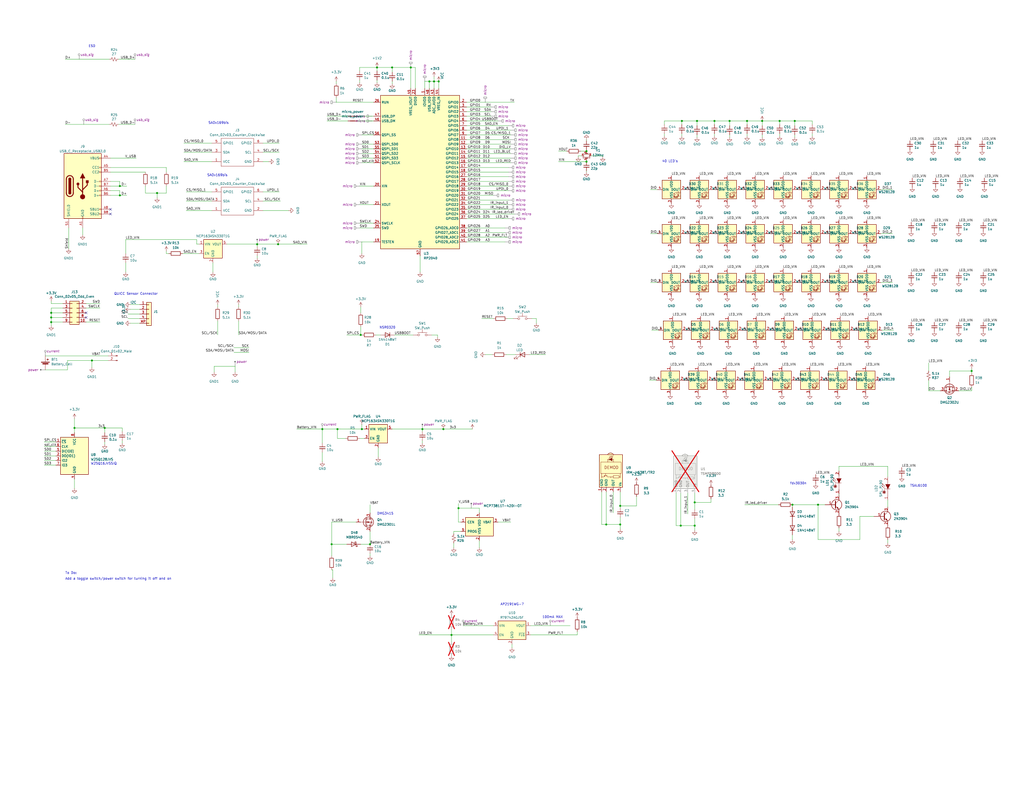
<source format=kicad_sch>
(kicad_sch (version 20230121) (generator eeschema)
  (paper "C")
  (title_block (date "2024-02-03"))
  (junction (at 236.855 44.45))
  (junction (at 379.095 274.32))
  (junction (at 320.04 82.55))
  (junction (at 151.765 133.35))
  (junction (at 530.225 202.565))
  (junction (at 425.45 66.04))
  (junction (at 27.94 175.895))
  (junction (at 389.89 66.04))
  (junction (at 415.925 66.04))
  (junction (at 246.38 346.71))
  (junction (at 65.405 101.6))
  (junction (at 175.895 234.315))
  (junction (at 239.395 44.45))
  (junction (at 380.365 66.04))
  (junction (at 65.405 106.68))
  (junction (at 224.155 36.83))
  (junction (at 320.04 88.265))
  (junction (at 213.995 36.83))
  (junction (at 230.505 234.315))
  (junction (at 180.975 297.18))
  (junction (at 27.94 173.355))
  (junction (at 40.64 233.68))
  (junction (at 446.405 275.59))
  (junction (at 407.67 66.04))
  (junction (at 433.705 66.04))
  (junction (at 196.85 182.88))
  (junction (at 241.935 234.315))
  (junction (at 398.145 66.04))
  (junction (at 372.11 66.04))
  (junction (at 379.095 287.02))
  (junction (at 330.835 286.385))
  (junction (at 338.455 276.225))
  (junction (at 184.15 234.315))
  (junction (at 197.485 234.315))
  (junction (at 50.165 196.85))
  (junction (at 371.475 287.02))
  (junction (at 250.19 277.495))
  (junction (at 205.74 36.83))
  (junction (at 432.435 275.59))
  (junction (at 140.335 133.35))
  (junction (at 27.94 170.815))
  (junction (at 57.15 233.68))
  (junction (at 85.725 105.41))
  (junction (at 201.93 297.18))
  (junction (at 338.455 286.385))
  (junction (at 234.315 44.45))
  (no_connect (at 46.99 173.355))
  (no_connect (at 60.325 114.3))
  (no_connect (at 60.325 116.84))
  (no_connect (at 480.06 207.645))
  (no_connect (at 46.99 170.815))
  (wire (pts (xy 254.635 129.54) (xy 276.86 129.54)))
  (wire (pts (xy 292.735 173.99) (xy 292.735 176.53)))
  (wire (pts (xy 116.84 200.025) (xy 128.27 200.025)))
  (wire (pts (xy 27.94 175.895) (xy 27.94 177.8)))
  (wire (pts (xy 180.975 285.115) (xy 180.975 297.18)))
  (wire (pts (xy 226.695 36.83) (xy 226.695 48.26)))
  (wire (pts (xy 71.12 176.53) (xy 76.2 176.53)))
  (wire (pts (xy 35.56 32.385) (xy 59.69 32.385)))
  (wire (pts (xy 57.15 241.3) (xy 57.15 242.57)))
  (wire (pts (xy 196.85 182.88) (xy 189.23 182.88)))
  (wire (pts (xy 254.635 58.42) (xy 267.97 58.42)))
  (wire (pts (xy 66.675 240.665) (xy 66.675 241.935)))
  (wire (pts (xy 140.335 133.35) (xy 151.765 133.35)))
  (wire (pts (xy 213.995 39.37) (xy 213.995 36.83)))
  (wire (pts (xy 197.485 73.66) (xy 203.835 73.66)))
  (wire (pts (xy 180.975 303.53) (xy 180.975 297.18)))
  (wire (pts (xy 100.33 83.185) (xy 115.57 83.185)))
  (wire (pts (xy 116.84 200.025) (xy 116.84 203.2)))
  (wire (pts (xy 304.8 82.55) (xy 309.245 82.55)))
  (wire (pts (xy 330.835 286.385) (xy 338.455 286.385)))
  (wire (pts (xy 254.635 83.82) (xy 278.765 83.82)))
  (wire (pts (xy 24.13 251.46) (xy 30.48 251.46)))
  (wire (pts (xy 37.465 135.89) (xy 37.465 124.46)))
  (wire (pts (xy 328.93 85.09) (xy 328.93 85.725)))
  (wire (pts (xy 362.585 73.025) (xy 362.585 74.295)))
  (wire (pts (xy 224.155 36.83) (xy 224.155 48.26)))
  (wire (pts (xy 130.175 175.26) (xy 130.175 182.88)))
  (wire (pts (xy 254.635 109.22) (xy 277.495 109.22)))
  (wire (pts (xy 27.94 168.275) (xy 27.94 170.815)))
  (wire (pts (xy 254.635 93.98) (xy 277.495 93.98)))
  (wire (pts (xy 375.285 269.24) (xy 375.285 280.67)))
  (wire (pts (xy 254.635 111.76) (xy 277.495 111.76)))
  (wire (pts (xy 246.38 346.71) (xy 269.24 346.71)))
  (wire (pts (xy 506.73 198.12) (xy 506.73 202.565)))
  (wire (pts (xy 73.66 67.945) (xy 64.77 67.945)))
  (wire (pts (xy 213.995 36.83) (xy 224.155 36.83)))
  (wire (pts (xy 254.635 127) (xy 275.59 127)))
  (wire (pts (xy 254.635 73.66) (xy 278.765 73.66)))
  (wire (pts (xy 196.215 36.83) (xy 205.74 36.83)))
  (wire (pts (xy 314.96 344.805) (xy 314.96 346.71)))
  (wire (pts (xy 40.64 228.6) (xy 40.64 233.68)))
  (wire (pts (xy 175.895 241.935) (xy 175.895 234.315)))
  (wire (pts (xy 338.455 282.575) (xy 338.455 286.385)))
  (wire (pts (xy 238.76 182.88) (xy 235.585 182.88)))
  (wire (pts (xy 484.505 294.64) (xy 484.505 296.545)))
  (wire (pts (xy 268.605 193.675) (xy 264.795 193.675)))
  (wire (pts (xy 188.595 239.395) (xy 184.15 239.395)))
  (wire (pts (xy 457.835 269.875) (xy 457.835 270.51)))
  (wire (pts (xy 231.775 44.45) (xy 231.775 48.26)))
  (wire (pts (xy 254.635 91.44) (xy 277.495 91.44)))
  (wire (pts (xy 50.165 200.66) (xy 50.165 196.85)))
  (wire (pts (xy 288.925 193.675) (xy 297.815 193.675)))
  (wire (pts (xy 196.215 101.6) (xy 203.835 101.6)))
  (wire (pts (xy 338.455 268.605) (xy 338.455 276.225)))
  (wire (pts (xy 27.94 175.895) (xy 34.29 175.895)))
  (wire (pts (xy 128.27 200.025) (xy 128.27 203.2)))
  (wire (pts (xy 178.435 63.5) (xy 189.865 63.5)))
  (wire (pts (xy 99.695 138.43) (xy 108.585 138.43)))
  (wire (pts (xy 197.485 83.82) (xy 203.835 83.82)))
  (wire (pts (xy 354.965 127.635) (xy 358.775 127.635)))
  (wire (pts (xy 387.985 272.415) (xy 387.985 274.32)))
  (wire (pts (xy 320.04 76.835) (xy 320.04 76.2)))
  (wire (pts (xy 27.94 168.275) (xy 34.29 168.275)))
  (wire (pts (xy 100.33 78.105) (xy 115.57 78.105)))
  (wire (pts (xy 530.225 211.455) (xy 530.225 213.36)))
  (wire (pts (xy 197.485 231.775) (xy 197.485 234.315)))
  (wire (pts (xy 320.04 81.915) (xy 320.04 82.55)))
  (wire (pts (xy 446.405 275.59) (xy 446.405 294.64)))
  (wire (pts (xy 65.405 101.6) (xy 69.215 101.6)))
  (wire (pts (xy 184.15 234.315) (xy 197.485 234.315)))
  (wire (pts (xy 194.31 285.115) (xy 180.975 285.115)))
  (wire (pts (xy 250.19 285.115) (xy 251.46 285.115)))
  (wire (pts (xy 254.635 71.12) (xy 278.765 71.12)))
  (wire (pts (xy 254.635 96.52) (xy 277.495 96.52)))
  (wire (pts (xy 197.485 86.36) (xy 203.835 86.36)))
  (wire (pts (xy 50.165 196.85) (xy 59.055 196.85)))
  (wire (pts (xy 432.435 275.59) (xy 432.435 276.86)))
  (wire (pts (xy 239.395 48.26) (xy 239.395 44.45)))
  (wire (pts (xy 161.925 234.315) (xy 175.895 234.315)))
  (wire (pts (xy 24.13 246.38) (xy 30.48 246.38)))
  (wire (pts (xy 107.315 130.81) (xy 107.315 133.35)))
  (wire (pts (xy 24.13 248.92) (xy 30.48 248.92)))
  (wire (pts (xy 101.6 109.855) (xy 115.57 109.855)))
  (wire (pts (xy 79.375 105.41) (xy 85.725 105.41)))
  (wire (pts (xy 196.215 111.76) (xy 203.835 111.76)))
  (wire (pts (xy 140.335 139.7) (xy 140.335 140.97)))
  (wire (pts (xy 196.85 178.435) (xy 196.85 182.88)))
  (wire (pts (xy 66.675 235.585) (xy 66.675 233.68)))
  (wire (pts (xy 27.94 165.735) (xy 34.29 165.735)))
  (wire (pts (xy 92.075 138.43) (xy 90.805 138.43)))
  (wire (pts (xy 194.945 63.5) (xy 203.835 63.5)))
  (wire (pts (xy 175.895 234.315) (xy 184.15 234.315)))
  (wire (pts (xy 407.67 66.04) (xy 415.925 66.04)))
  (wire (pts (xy 24.13 254) (xy 30.48 254)))
  (wire (pts (xy 487.045 154.305) (xy 480.695 154.305)))
  (wire (pts (xy 60.325 104.14) (xy 65.405 104.14)))
  (wire (pts (xy 433.705 68.58) (xy 433.705 66.04)))
  (wire (pts (xy 407.67 67.945) (xy 407.67 66.04)))
  (wire (pts (xy 196.215 239.395) (xy 198.755 239.395)))
  (wire (pts (xy 197.485 88.9) (xy 203.835 88.9)))
  (wire (pts (xy 379.095 269.24) (xy 379.095 274.32)))
  (wire (pts (xy 241.935 234.315) (xy 257.81 234.315)))
  (wire (pts (xy 201.93 275.59) (xy 201.93 280.035)))
  (wire (pts (xy 116.205 148.59) (xy 116.205 143.51)))
  (wire (pts (xy 101.6 114.935) (xy 115.57 114.935)))
  (wire (pts (xy 371.475 269.24) (xy 371.475 287.02)))
  (wire (pts (xy 518.16 202.565) (xy 530.225 202.565)))
  (wire (pts (xy 27.94 173.355) (xy 34.29 173.355)))
  (wire (pts (xy 40.64 233.68) (xy 57.15 233.68)))
  (wire (pts (xy 261.62 277.495) (xy 250.19 277.495)))
  (wire (pts (xy 230.505 240.665) (xy 230.505 241.935)))
  (wire (pts (xy 65.405 101.6) (xy 60.325 101.6)))
  (wire (pts (xy 60.325 93.98) (xy 79.375 93.98)))
  (wire (pts (xy 180.975 297.18) (xy 189.23 297.18)))
  (wire (pts (xy 254.635 119.38) (xy 277.495 119.38)))
  (wire (pts (xy 372.11 73.025) (xy 372.11 74.295)))
  (wire (pts (xy 315.595 85.09) (xy 315.595 85.725)))
  (wire (pts (xy 261.62 299.085) (xy 261.62 295.275)))
  (wire (pts (xy 368.935 269.24) (xy 368.935 287.02)))
  (wire (pts (xy 506.73 213.36) (xy 513.08 213.36)))
  (wire (pts (xy 254.635 88.9) (xy 278.765 88.9)))
  (wire (pts (xy 24.13 241.3) (xy 30.48 241.3)))
  (wire (pts (xy 271.78 285.115) (xy 278.765 285.115)))
  (wire (pts (xy 90.805 105.41) (xy 90.805 101.6)))
  (wire (pts (xy 355.6 180.34) (xy 359.41 180.34)))
  (wire (pts (xy 254.635 116.84) (xy 280.67 116.84)))
  (wire (pts (xy 469.265 281.94) (xy 476.885 281.94)))
  (wire (pts (xy 484.505 254.635) (xy 484.505 260.35)))
  (wire (pts (xy 425.45 67.945) (xy 425.45 66.04)))
  (wire (pts (xy 506.73 207.645) (xy 506.73 213.36)))
  (wire (pts (xy 236.855 41.91) (xy 236.855 44.45)))
  (wire (pts (xy 140.335 133.35) (xy 140.335 134.62)))
  (wire (pts (xy 398.145 66.04) (xy 407.67 66.04)))
  (wire (pts (xy 530.225 202.565) (xy 530.225 201.295)))
  (wire (pts (xy 276.225 193.675) (xy 281.305 193.675)))
  (wire (pts (xy 415.925 68.58) (xy 415.925 66.04)))
  (wire (pts (xy 215.265 182.88) (xy 225.425 182.88)))
  (wire (pts (xy 27.94 173.355) (xy 27.94 175.895)))
  (wire (pts (xy 380.365 73.66) (xy 380.365 74.93)))
  (wire (pts (xy 71.12 168.91) (xy 76.2 168.91)))
  (wire (pts (xy 234.315 44.45) (xy 234.315 48.26)))
  (wire (pts (xy 316.865 82.55) (xy 320.04 82.55)))
  (wire (pts (xy 206.375 249.555) (xy 206.375 244.475)))
  (wire (pts (xy 90.805 137.16) (xy 90.805 138.43)))
  (wire (pts (xy 254.635 68.58) (xy 277.495 68.58)))
  (wire (pts (xy 246.38 350.52) (xy 246.38 346.71)))
  (wire (pts (xy 254.635 132.08) (xy 275.59 132.08)))
  (wire (pts (xy 379.095 283.21) (xy 379.095 287.02)))
  (wire (pts (xy 230.505 234.315) (xy 241.935 234.315)))
  (wire (pts (xy 290.195 173.99) (xy 292.735 173.99)))
  (wire (pts (xy 254.635 76.2) (xy 278.765 76.2)))
  (wire (pts (xy 107.315 133.35) (xy 108.585 133.35)))
  (wire (pts (xy 425.45 73.025) (xy 425.45 74.295)))
  (wire (pts (xy 254.635 63.5) (xy 267.97 63.5)))
  (wire (pts (xy 389.89 73.025) (xy 389.89 74.295)))
  (wire (pts (xy 254.635 66.04) (xy 271.78 66.04)))
  (wire (pts (xy 118.745 166.37) (xy 118.745 167.64)))
  (wire (pts (xy 354.965 103.505) (xy 358.775 103.505)))
  (wire (pts (xy 24.765 194.31) (xy 59.055 194.31)))
  (wire (pts (xy 197.485 234.315) (xy 198.755 234.315)))
  (wire (pts (xy 27.94 170.815) (xy 27.94 173.355)))
  (wire (pts (xy 239.395 44.45) (xy 236.855 44.45)))
  (wire (pts (xy 415.925 73.66) (xy 415.925 74.93)))
  (wire (pts (xy 183.515 55.88) (xy 183.515 53.34)))
  (wire (pts (xy 127.635 192.405) (xy 135.89 192.405)))
  (wire (pts (xy 79.375 101.6) (xy 79.375 105.41)))
  (wire (pts (xy 443.23 73.025) (xy 443.23 74.295)))
  (wire (pts (xy 338.455 286.385) (xy 338.455 288.925)))
  (wire (pts (xy 46.99 175.895) (xy 54.61 175.895)))
  (wire (pts (xy 101.6 104.775) (xy 115.57 104.775)))
  (wire (pts (xy 197.485 81.28) (xy 203.835 81.28)))
  (wire (pts (xy 314.96 346.71) (xy 289.56 346.71)))
  (wire (pts (xy 35.56 67.945) (xy 59.69 67.945)))
  (wire (pts (xy 322.58 85.09) (xy 328.93 85.09)))
  (wire (pts (xy 487.045 103.505) (xy 480.695 103.505)))
  (wire (pts (xy 446.405 275.59) (xy 432.435 275.59)))
  (wire (pts (xy 183.515 44.45) (xy 183.515 45.72)))
  (wire (pts (xy 201.93 302.26) (xy 201.93 303.53)))
  (wire (pts (xy 90.805 93.98) (xy 90.805 91.44)))
  (wire (pts (xy 276.86 173.99) (xy 280.035 173.99)))
  (wire (pts (xy 262.89 173.99) (xy 269.24 173.99)))
  (wire (pts (xy 254.635 104.14) (xy 277.495 104.14)))
  (wire (pts (xy 389.89 67.945) (xy 389.89 66.04)))
  (wire (pts (xy 304.8 88.265) (xy 320.04 88.265)))
  (wire (pts (xy 143.51 88.265) (xy 146.685 88.265)))
  (wire (pts (xy 40.64 233.68) (xy 40.64 236.22)))
  (wire (pts (xy 328.295 268.605) (xy 328.295 286.385)))
  (wire (pts (xy 443.23 67.945) (xy 443.23 66.04)))
  (wire (pts (xy 130.175 166.37) (xy 130.175 167.64)))
  (wire (pts (xy 68.58 138.43) (xy 68.58 130.81)))
  (wire (pts (xy 354.33 207.645) (xy 358.14 207.645)))
  (wire (pts (xy 213.995 44.45) (xy 213.995 45.72)))
  (wire (pts (xy 54.61 165.735) (xy 46.99 165.735)))
  (wire (pts (xy 354.965 154.305) (xy 358.775 154.305)))
  (wire (pts (xy 457.835 254.635) (xy 484.505 254.635)))
  (wire (pts (xy 407.67 73.025) (xy 407.67 74.295)))
  (wire (pts (xy 143.51 78.105) (xy 152.4 78.105)))
  (wire (pts (xy 175.895 247.015) (xy 175.895 252.095)))
  (wire (pts (xy 330.835 268.605) (xy 330.835 286.385)))
  (wire (pts (xy 85.725 105.41) (xy 90.805 105.41)))
  (wire (pts (xy 54.61 168.275) (xy 46.99 168.275)))
  (wire (pts (xy 197.485 78.74) (xy 203.835 78.74)))
  (wire (pts (xy 118.745 175.26) (xy 118.745 182.88)))
  (wire (pts (xy 85.725 105.41) (xy 85.725 107.95)))
  (wire (pts (xy 246.38 343.535) (xy 246.38 346.71)))
  (wire (pts (xy 487.68 180.34) (xy 481.33 180.34)))
  (wire (pts (xy 181.61 311.15) (xy 180.975 311.15)))
  (wire (pts (xy 143.51 109.855) (xy 153.035 109.855)))
  (wire (pts (xy 254.635 99.06) (xy 277.495 99.06)))
  (wire (pts (xy 487.045 127.635) (xy 480.695 127.635)))
  (wire (pts (xy 207.645 182.88) (xy 205.105 182.88)))
  (wire (pts (xy 425.45 66.04) (xy 433.705 66.04)))
  (wire (pts (xy 279.4 351.79) (xy 279.4 353.695)))
  (wire (pts (xy 60.325 99.06) (xy 65.405 99.06)))
  (wire (pts (xy 379.095 287.02) (xy 379.095 289.56)))
  (wire (pts (xy 205.74 36.83) (xy 213.995 36.83)))
  (wire (pts (xy 362.585 67.945) (xy 362.585 66.04)))
  (wire (pts (xy 446.405 294.64) (xy 469.265 294.64)))
  (wire (pts (xy 484.505 273.05) (xy 484.505 276.86)))
  (wire (pts (xy 65.405 106.68) (xy 69.215 106.68)))
  (wire (pts (xy 389.89 66.04) (xy 398.145 66.04)))
  (wire (pts (xy 469.265 294.64) (xy 469.265 281.94)))
  (wire (pts (xy 320.04 87.63) (xy 320.04 88.265)))
  (wire (pts (xy 372.11 66.04) (xy 380.365 66.04)))
  (wire (pts (xy 197.485 132.08) (xy 197.485 138.43)))
  (wire (pts (xy 127.635 189.865) (xy 135.89 189.865)))
  (wire (pts (xy 194.945 66.04) (xy 203.835 66.04)))
  (wire (pts (xy 432.435 292.1) (xy 432.435 294.64)))
  (wire (pts (xy 196.215 38.735) (xy 196.215 36.83)))
  (wire (pts (xy 143.51 104.775) (xy 152.4 104.775)))
  (wire (pts (xy 530.225 202.565) (xy 530.225 203.835)))
  (wire (pts (xy 252.73 341.63) (xy 269.24 341.63)))
  (wire (pts (xy 24.13 243.84) (xy 30.48 243.84)))
  (wire (pts (xy 197.485 132.08) (xy 203.835 132.08)))
  (wire (pts (xy 230.505 234.315) (xy 230.505 235.585)))
  (wire (pts (xy 347.345 271.145) (xy 347.345 276.225)))
  (wire (pts (xy 74.295 86.36) (xy 60.325 86.36)))
  (wire (pts (xy 68.58 130.81) (xy 107.315 130.81)))
  (wire (pts (xy 530.225 213.36) (xy 523.24 213.36)))
  (wire (pts (xy 196.85 167.64) (xy 196.85 170.815)))
  (wire (pts (xy 151.765 133.35) (xy 167.64 133.35)))
  (wire (pts (xy 250.19 277.495) (xy 250.19 274.955)))
  (wire (pts (xy 229.235 139.7) (xy 229.235 148.59)))
  (wire (pts (xy 334.645 268.605) (xy 334.645 280.035)))
  (wire (pts (xy 433.705 73.66) (xy 433.705 74.93)))
  (wire (pts (xy 518.16 205.74) (xy 518.16 202.565)))
  (wire (pts (xy 64.77 32.385) (xy 73.66 32.385)))
  (wire (pts (xy 178.435 66.04) (xy 189.865 66.04)))
  (wire (pts (xy 184.15 239.395) (xy 184.15 234.315)))
  (wire (pts (xy 320.04 93.345) (xy 320.04 93.98)))
  (wire (pts (xy 197.485 182.88) (xy 196.85 182.88)))
  (wire (pts (xy 203.835 55.88) (xy 183.515 55.88)))
  (wire (pts (xy 372.11 67.945) (xy 372.11 66.04)))
  (wire (pts (xy 224.155 36.83) (xy 226.695 36.83)))
  (wire (pts (xy 238.76 182.88) (xy 238.76 184.15)))
  (wire (pts (xy 71.12 166.37) (xy 76.2 166.37)))
  (wire (pts (xy 196.85 297.18) (xy 201.93 297.18)))
  (wire (pts (xy 27.94 164.465) (xy 27.94 165.735)))
  (wire (pts (xy 247.65 291.465) (xy 247.65 290.195)))
  (wire (pts (xy 398.145 68.58) (xy 398.145 66.04)))
  (wire (pts (xy 328.295 286.385) (xy 330.835 286.385)))
  (wire (pts (xy 143.51 114.935) (xy 157.48 114.935)))
  (wire (pts (xy 181.61 315.595) (xy 181.61 311.15)))
  (wire (pts (xy 196.215 121.92) (xy 203.835 121.92)))
  (wire (pts (xy 254.635 60.96) (xy 267.97 60.96)))
  (wire (pts (xy 234.315 44.45) (xy 231.775 44.45)))
  (wire (pts (xy 68.58 143.51) (xy 68.58 148.59)))
  (wire (pts (xy 36.83 196.85) (xy 36.83 201.93)))
  (wire (pts (xy 205.74 43.815) (xy 205.74 45.085)))
  (wire (pts (xy 57.15 236.22) (xy 57.15 233.68)))
  (wire (pts (xy 40.64 261.62) (xy 40.64 266.7)))
  (wire (pts (xy 457.835 254.635) (xy 457.835 257.175)))
  (wire (pts (xy 317.5 85.09) (xy 315.595 85.09)))
  (wire (pts (xy 65.405 106.68) (xy 60.325 106.68)))
  (wire (pts (xy 371.475 287.02) (xy 379.095 287.02)))
  (wire (pts (xy 254.635 55.88) (xy 280.67 55.88)))
  (wire (pts (xy 196.215 124.46) (xy 203.835 124.46)))
  (wire (pts (xy 387.985 274.32) (xy 379.095 274.32)))
  (wire (pts (xy 254.635 81.28) (xy 278.765 81.28)))
  (wire (pts (xy 57.15 233.68) (xy 66.675 233.68)))
  (wire (pts (xy 236.855 44.45) (xy 234.315 44.45)))
  (wire (pts (xy 196.215 43.815) (xy 196.215 45.085)))
  (wire (pts (xy 424.815 275.59) (xy 406.4 275.59)))
  (wire (pts (xy 247.65 290.195) (xy 251.46 290.195)))
  (wire (pts (xy 254.635 124.46) (xy 275.59 124.46)))
  (wire (pts (xy 143.51 83.185) (xy 152.4 83.185)))
  (wire (pts (xy 289.56 341.63) (xy 311.15 341.63)))
  (wire (pts (xy 362.585 66.04) (xy 372.11 66.04)))
  (wire (pts (xy 450.215 275.59) (xy 446.405 275.59)))
  (wire (pts (xy 415.925 66.04) (xy 425.45 66.04)))
  (wire (pts (xy 338.455 276.225) (xy 338.455 277.495)))
  (wire (pts (xy 69.85 173.99) (xy 76.2 173.99)))
  (wire (pts (xy 379.095 274.32) (xy 379.095 278.13)))
  (wire (pts (xy 254.635 86.36) (xy 278.765 86.36)))
  (wire (pts (xy 50.165 196.85) (xy 36.83 196.85)))
  (wire (pts (xy 380.365 68.58) (xy 380.365 66.04)))
  (wire (pts (xy 433.705 66.04) (xy 443.23 66.04)))
  (wire (pts (xy 213.995 234.315) (xy 230.505 234.315)))
  (wire (pts (xy 123.825 133.35) (xy 140.335 133.35)))
  (wire (pts (xy 380.365 66.04) (xy 389.89 66.04)))
  (wire (pts (xy 347.345 276.225) (xy 338.455 276.225)))
  (wire (pts (xy 36.83 201.93) (xy 24.765 201.93)))
  (wire (pts (xy 236.855 44.45) (xy 236.855 48.26)))
  (wire (pts (xy 27.94 170.815) (xy 34.29 170.815)))
  (wire (pts (xy 45.085 128.27) (xy 45.085 124.46)))
  (wire (pts (xy 398.145 73.66) (xy 398.145 74.93)))
  (wire (pts (xy 247.65 296.545) (xy 247.65 299.085)))
  (wire (pts (xy 69.85 171.45) (xy 76.2 171.45)))
  (wire (pts (xy 90.805 91.44) (xy 60.325 91.44)))
  (wire (pts (xy 261.62 277.495) (xy 261.62 280.035)))
  (wire (pts (xy 254.635 78.74) (xy 278.765 78.74)))
  (wire (pts (xy 246.38 346.71) (xy 228.6 346.71)))
  (wire (pts (xy 254.635 106.68) (xy 269.24 106.68)))
  (wire (pts (xy 201.93 297.18) (xy 201.93 290.195)))
  (wire (pts (xy 368.935 287.02) (xy 371.475 287.02)))
  (wire (pts (xy 254.635 101.6) (xy 277.495 101.6)))
  (wire (pts (xy 250.19 277.495) (xy 250.19 285.115)))
  (wire (pts (xy 65.405 99.06) (xy 65.405 101.6)))
  (wire (pts (xy 65.405 104.14) (xy 65.405 106.68)))
  (wire (pts (xy 457.835 288.29) (xy 457.835 290.195)))
  (wire (pts (xy 100.33 88.265) (xy 115.57 88.265)))
  (wire (pts (xy 205.74 38.735) (xy 205.74 36.83)))
  (wire (pts (xy 254.635 114.3) (xy 277.495 114.3)))
  (text "NSR0320\n" (at 207.01 179.705 0) (effects (font (size 1.27 1.27)) (justify left bottom)))
  (text "fdv3030n\n" (at 431.165 264.795 0) (effects (font (size 1.27 1.27)) (justify left bottom)))
  (text "SAOv169bis" (at 113.665 67.945 0) (effects (font (size 1.27 1.27)) (justify left bottom)))
  (text "QUICC Sensor Connector" (at 62.23 161.29 0) (effects (font (size 1.27 1.27)) (justify left bottom)))
  (text "TSAL6100" (at 496.57 266.065 0) (effects (font (size 1.27 1.27)) (justify left bottom)))
  (text "DMG3415\n" (at 205.74 281.305 0) (effects (font (size 1.27 1.27)) (justify left bottom)))
  (text "ESD " (at 48.26 26.035 0) (effects (font (size 1.27 1.27)) (justify left bottom)))
  (text "To Do:" (at 35.56 313.69 0) (effects (font (size 1.27 1.27)) (justify left bottom)))
  (text "SAOv169bis" (at 113.03 96.52 0) (effects (font (size 1.27 1.27)) (justify left bottom)))
  (text "W25Q16JVSSIQ" (at 49.53 254 0) (effects (font (size 1.27 1.27)) (justify left bottom)))
  (text "Add a toggle switch/power switch for turning it off and on" (at 35.56 316.865 0) (effects (font (size 1.27 1.27)) (justify left bottom)))
  (text "100mA MAX" (at 295.91 337.82 0) (effects (font (size 1.27 1.27)) (justify left bottom)))
  (text "40 LED's" (at 361.315 88.9 0) (effects (font (size 1.27 1.27)) (justify left bottom)))
  (text "AP2191WG-7" (at 273.05 330.835 0) (effects (font (size 1.27 1.27)) (justify left bottom)))
  (label "Battery_VIN" (at 201.93 297.18 0))
  (label "SCL" (at 267.97 63.5 180))
  (label "RX" (at 267.97 58.42 180))
  (label "MOSI" (at 135.89 192.405 180))
  (label "A2" (at 267.335 129.54 180))
  (label "LED_VIN" (at 427.355 120.015 0))
  (label "LED_VIN" (at 497.84 97.155 0))
  (label "LED_VIN" (at 442.595 95.885 0))
  (label "Shield" (at 37.465 135.89 90))
  (label "LED_VIN" (at 427.99 172.72 0))
  (label "USB_D-" (at 73.66 67.945 180))
  (label "A0" (at 267.335 124.46 180))
  (label "USB_D+" (at 178.435 63.5 0))
  (label "LED_VIN" (at 472.44 200.025 0))
  (label "SD3" (at 197.485 86.36 0))
  (label "D-" (at 69.215 101.6 180))
  (label "SDA" (at 69.85 171.45 180))
  (label "USB_D-" (at 178.435 66.04 0))
  (label "D10" (at 267.335 81.28 180))
  (label "DIO_1" (at 487.045 103.505 180))
  (label "V_USB" (at 74.295 86.36 180))
  (label "VBAT" (at 50.165 194.31 0))
  (label "RESET" (at 54.61 175.895 180))
  (label "LED_VIN" (at 509.27 76.835 0))
  (label "LED_VIN" (at 367.03 172.72 0))
  (label "A3" (at 267.335 132.08 180))
  (label "SDA{slash}MOSI{slash}DATA" (at 130.175 182.88 0))
  (label "LED_VIN" (at 412.75 172.72 0))
  (label "LED_EN" (at 277.495 119.38 180))
  (label "SDA" (at 267.97 60.96 180))
  (label "LED_VIN" (at 412.115 146.685 0))
  (label "LED_VIN" (at 537.21 97.155 0))
  (label "XOUT" (at 196.215 111.76 0))
  (label "D5" (at 267.335 73.66 180))
  (label "CS{slash}MISO_1" (at 101.6 104.775 0))
  (label "GPIO7" (at 262.255 73.66 180))
  (label "LED_BLUE" (at 278.765 83.82 180))
  (label "DIO" (at 506.73 213.36 0))
  (label "LED_VIN" (at 509.905 175.895 0))
  (label "GPIO10" (at 262.255 81.28 180))
  (label "GPIO3" (at 262.255 63.5 180))
  (label "LED_EN" (at 228.6 346.71 0))
  (label "USBBOOT" (at 271.78 66.04 180))
  (label "LED_VIN" (at 396.875 146.685 0))
  (label "DIO_3" (at 355.6 180.34 0))
  (label "SPI_CS" (at 197.485 73.66 0))
  (label "SAO_EN" (at 271.78 68.58 180))
  (label "GPIO17" (at 262.255 99.06 180))
  (label "LED_VIN" (at 458.47 172.72 0))
  (label "IR_input_0" (at 277.495 114.3 180))
  (label "LED_VIN" (at 442.595 120.015 0))
  (label "LED_VIN" (at 510.54 97.155 0))
  (label "GPIO0" (at 262.255 55.88 180))
  (label "LED_VIN" (at 457.2 200.025 0))
  (label "SPI_CS" (at 24.13 241.3 0))
  (label "CS{slash}MISO_0" (at 277.495 101.6 180))
  (label "GPIO8" (at 262.255 76.2 180))
  (label "spi_clk" (at 24.13 243.84 0))
  (label "MISO" (at 269.24 106.68 180))
  (label "LED_VIN" (at 536.575 121.285 0))
  (label "SAO_VIN" (at 167.64 133.35 180))
  (label "LED_VIN" (at 68.58 130.81 0))
  (label "SWD" (at 54.61 165.735 180))
  (label "A1" (at 267.335 127 180))
  (label "XOUT" (at 304.8 82.55 0))
  (label "GPIO2" (at 262.255 60.96 180))
  (label "LED_VIN" (at 536.575 175.895 0))
  (label "GPIO19" (at 262.255 104.14 180))
  (label "spi_clk" (at 197.485 88.9 0))
  (label "LED_VIN" (at 445.135 259.08 0))
  (label "DIO_4" (at 354.33 207.645 0))
  (label "SDA{slash}MOSI{slash}DATA" (at 101.6 109.855 0))
  (label "D13" (at 267.335 88.9 180))
  (label "GPIO16" (at 262.255 96.52 180))
  (label "LED_VIN" (at 426.72 200.025 0))
  (label "DIO_3" (at 487.045 154.305 180))
  (label "LED_VIN" (at 473.71 172.72 0))
  (label "D9" (at 267.335 78.74 180))
  (label "V_USB" (at 180.975 285.115 0))
  (label "LED_VIN" (at 536.575 148.59 0))
  (label "SCK" (at 135.89 189.865 180))
  (label "GPIO22" (at 262.255 111.76 180))
  (label "GPIO20" (at 262.255 106.68 180))
  (label "UPDI_1" (at 152.4 104.775 180))
  (label "CS{slash}MISO_1" (at 278.765 73.66 180))
  (label "LED_VIN" (at 523.24 148.59 0))
  (label "XIN" (at 304.8 88.265 0))
  (label "LED_VIN" (at 396.875 120.015 0))
  (label "LED_VIN" (at 381.635 120.015 0))
  (label "3v3" (at 57.15 233.68 180))
  (label "SCL{slash}SCK" (at 118.745 182.88 180))
  (label "LED_VIN" (at 492.125 255.27 0))
  (label "LED_VIN" (at 457.835 120.015 0))
  (label "LED_VIN" (at 473.075 120.015 0))
  (label "LED_VIN" (at 506.73 198.12 0))
  (label "GPIO11" (at 262.255 83.82 180))
  (label "SCK" (at 278.13 76.2 180))
  (label "IR_led_driver" (at 280.67 116.84 180))
  (label "D11" (at 267.335 83.82 180))
  (label "SD2" (at 197.485 83.82 0))
  (label "GPIO12" (at 262.255 86.36 180))
  (label "LED_VIN" (at 396.875 95.885 0))
  (label "LED_VIN" (at 366.395 146.685 0))
  (label "LED_VIN" (at 535.94 76.835 0))
  (label "Battery_VIN" (at 252.73 341.63 0))
  (label "SD0" (at 197.485 78.74 0))
  (label "SCL" (at 69.85 173.99 180))
  (label "RESET" (at 262.89 173.99 0))
  (label "LED_VIN" (at 473.075 146.685 0))
  (label "LED_RED" (at 297.815 193.675 180))
  (label "MOSI" (at 278.765 78.74 180))
  (label "LED_VIN" (at 523.24 175.895 0))
  (label "CS{slash}MISO_0" (at 100.33 78.105 0))
  (label "SWCLK" (at 54.61 168.275 180))
  (label "XIN" (at 196.215 101.6 0))
  (label "USBBOOT" (at 224.155 182.88 180))
  (label "GPIO5" (at 262.255 68.58 180))
  (label "D24" (at 267.335 116.84 180))
  (label "D-" (at 35.56 67.945 0))
  (label "GPIO21" (at 262.255 109.22 180))
  (label "GPIO9" (at 262.255 78.74 180))
  (label "LED_VIN" (at 522.605 76.835 0))
  (label "DIO_2" (at 487.045 127.635 180))
  (label "LED_VIN" (at 443.23 172.72 0))
  (label "LED_VIN" (at 396.24 200.025 0))
  (label "D25" (at 267.335 119.38 180))
  (label "UPDI_0" (at 152.4 78.105 180))
  (label "LED_VIN" (at 365.76 200.025 0))
  (label "LED_VIN" (at 427.355 95.885 0))
  (label "RESET" (at 192.405 55.88 0))
  (label "VBAT" (at 278.765 285.115 180))
  (label "LED_VIN" (at 366.395 95.885 0))
  (label "GPIO25" (at 262.255 119.38 180))
  (label "LED_VIN" (at 397.51 172.72 0))
  (label "LED_VIN" (at 469.265 254.635 0))
  (label "SAO_VIN" (at 100.33 88.265 0))
  (label "LED_VIN" (at 412.115 120.015 0))
  (label "GPIO29" (at 262.255 132.08 180))
  (label "LED_VIN" (at 381 200.025 0))
  (label "LED_VIN" (at 442.595 146.685 0))
  (label "SD0" (at 24.13 246.38 0))
  (label "LED_VIN" (at 411.48 200.025 0))
  (label "LED_VIN" (at 457.835 95.885 0))
  (label "UPDI_0" (at 277.495 104.14 180))
  (label "LED_VIN" (at 509.905 121.285 0))
  (label "LED_VIN" (at 381.635 95.885 0))
  (label "LED_VIN" (at 473.075 95.885 0))
  (label "DIO_LV" (at 530.225 213.36 180))
  (label "SCL{slash}SCK" (at 127.635 189.865 180))
  (label "SPI_CS" (at 189.23 182.88 0))
  (label "GPIO24" (at 262.255 116.84 180))
  (label "D+" (at 69.215 106.68 180))
  (label "VBAT" (at 201.93 275.59 0))
  (label "IR_led_driver" (at 406.4 275.59 0))
  (label "D12" (at 267.335 86.36 180))
  (label "D6" (at 267.335 76.2 180))
  (label "LED_VIN" (at 299.085 341.63 180))
  (label "GPIO1" (at 262.255 58.42 180))
  (label "GPIO27" (at 262.255 127 180))
  (label "LED_VIN" (at 497.205 175.895 0))
  (label "D4" (at 267.335 71.12 180))
  (label "LED_VIN" (at 427.355 146.685 0))
  (label "SD2" (at 24.13 251.46 0))
  (label "LED_VIN" (at 381.635 146.685 0))
  (label "GPIO18" (at 262.255 101.6 180))
  (label "PWR_FLT" (at 276.86 129.54 180))
  (label "D+" (at 35.56 32.385 0))
  (label "SAO_EN" (at 107.315 138.43 180))
  (label "LED_VIN" (at 523.24 121.285 0))
  (label "IR_input_1" (at 277.495 111.76 180))
  (label "LED_VIN" (at 496.57 76.835 0))
  (label "LED_RED" (at 278.765 88.9 180))
  (label "USB_D+" (at 73.66 32.385 180))
  (label "LED_VIN" (at 509.905 148.59 0))
  (label "SDA{slash}MOSI{slash}DATA" (at 127.635 192.405 180))
  (label "LED_VIN" (at 497.205 121.285 0))
  (label "DIO" (at 354.965 103.505 0))
  (label "GPIO23" (at 262.255 114.3 180))
  (label "GPIO6" (at 262.255 71.12 180))
  (label "GPIO15" (at 262.255 93.98 180))
  (label "SD1" (at 197.485 81.28 0))
  (label "DIO_1" (at 354.965 127.635 0))
  (label "TX" (at 280.67 55.88 180))
  (label "SD3" (at 24.13 254 0))
  (label "GPIO4" (at 262.255 66.04 180))
  (label "SD1" (at 24.13 248.92 0))
  (label "GPIO28" (at 262.255 129.54 180))
  (label "LED_VIN" (at 457.835 146.685 0))
  (label "LED_VIN" (at 441.96 200.025 0))
  (label "GPIO13" (at 262.255 88.9 180))
  (label "SWD" (at 196.215 124.46 0))
  (label "LED_VIN" (at 497.205 148.59 0))
  (label "LED_VIN" (at 382.27 172.72 0))
  (label "DIO_LV" (at 278.765 81.28 180))
  (label "3v3" (at 248.92 234.315 180))
  (label "IR_input_0" (at 334.645 280.035 90))
  (label "V_USB" (at 250.19 274.955 0))
  (label "DIO_4" (at 487.68 180.34 180))
  (label "UPDI_1" (at 277.495 71.12 180))
  (label "SCL{slash}SCK" (at 153.035 109.855 180))
  (label "SCL{slash}SCK" (at 152.4 83.185 180))
  (label "DIO_2" (at 354.965 154.305 0))
  (label "SWCLK" (at 196.215 121.92 0))
  (label "LED_VIN" (at 523.875 97.155 0))
  (label "GPIO26" (at 262.255 124.46 180))
  (label "GPIO14" (at 262.255 91.44 180))
  (label "SDA{slash}MOSI{slash}DATA" (at 100.33 83.185 0))
  (label "IR_input_1" (at 375.285 280.67 90))
  (label "LED_VIN" (at 366.395 120.015 0))
  (label "LED_VIN" (at 412.115 95.885 0))
  (label "PWR_FLT" (at 299.085 346.71 0))
  (label "Battery_VIN" (at 161.925 234.315 0))
  (label "SAO_VIN" (at 101.6 114.935 0))
  (netclass_flag "" (length 2.54) (shape rectangle) (at 224.155 36.83 0) (property "Netclass" "micro" (at 224.155 33.02 90) (effects (font italic) (justify left))))
  (netclass_flag "" (length 2.54) (shape rectangle) (at 183.515 55.88 90) (property "Netclass" "micro" (at 179.705 55.88 0) (effects (font italic) (justify right))))
  (netclass_flag "" (length 2.54) (shape rectangle) (at 277.495 96.52 270) (property "Netclass" "micro" (at 281.305 96.52 0) (effects (font italic) (justify left))))
  (netclass_flag "" (length 2.54) (shape dot) (at 24.765 201.93 90) (property "Netclass" "power" (at 15.24 201.93 0) (effects (font italic) (justify left))))
  (netclass_flag "" (length 2.54) (shape round) (at 24.765 194.31 0) (property "Netclass" "current" (at 25.4635 191.77 0) (effects (font italic) (justify left))))
  (netclass_flag "" (length 2.54) (shape dot) (at 128.27 200.025 0) (property "Netclass" "power" (at 128.9685 197.485 0) (effects (font italic) (justify left))))
  (netclass_flag "" (length 2.54) (shape rectangle) (at 278.765 86.36 270) (property "Netclass" "micro" (at 282.575 86.36 0) (effects (font italic) (justify left))))
  (netclass_flag "" (length 2.54) (shape rectangle) (at 277.495 109.22 270) (property "Netclass" "micro" (at 281.305 109.22 0) (effects (font italic) (justify left))))
  (netclass_flag "" (length 2.54) (shape rectangle) (at 277.495 68.58 270) (property "Netclass" "micro" (at 281.305 68.58 0) (effects (font italic) (justify left))))
  (netclass_flag "" (length 2.54) (shape rectangle) (at 277.495 93.98 270) (property "Netclass" "micro" (at 281.305 93.98 0) (effects (font italic) (justify left))))
  (netclass_flag "" (length 2.54) (shape round) (at 73.66 67.945 0) (property "Netclass" "usb_sig" (at 74.3585 65.405 0) (effects (font italic) (justify left))))
  (netclass_flag "" (length 2.54) (shape dot) (at 230.505 234.315 0) (property "Netclass" "power" (at 231.2035 231.775 0) (effects (font italic) (justify left))))
  (netclass_flag "" (length 2.54) (shape rectangle) (at 197.485 86.36 90) (property "Netclass" "micro" (at 193.675 86.36 0) (effects (font italic) (justify right))))
  (netclass_flag "" (length 2.54) (shape rectangle) (at 275.59 124.46 270) (property "Netclass" "micro" (at 279.4 124.46 0) (effects (font italic) (justify left))))
  (netclass_flag "" (length 2.54) (shape rectangle) (at 264.795 55.88 0) (property "Netclass" "micro" (at 264.795 52.07 90) (effects (font italic) (justify left))))
  (netclass_flag "" (length 2.54) (shape rectangle) (at 196.215 101.6 90) (property "Netclass" "micro" (at 192.405 101.6 0) (effects (font italic) (justify right))))
  (netclass_flag "" (length 2.54) (shape rectangle) (at 275.59 129.54 270) (property "Netclass" "micro" (at 279.4 129.54 0) (effects (font italic) (justify left))))
  (netclass_flag "" (length 2.54) (shape rectangle) (at 278.765 83.82 270) (property "Netclass" "micro" (at 282.575 83.82 0) (effects (font italic) (justify left))))
  (netclass_flag "" (length 2.54) (shape rectangle) (at 275.59 132.08 270) (property "Netclass" "micro" (at 279.4 132.08 0) (effects (font italic) (justify left))))
  (netclass_flag "" (length 2.54) (shape rectangle) (at 203.2 66.04 90) (property "Netclass" "micro" (at 199.39 66.04 0) (effects (font italic) (justify right))))
  (netclass_flag "" (length 2.54) (shape rectangle) (at 267.97 58.42 270) (property "Netclass" "micro" (at 271.78 58.42 0) (effects (font italic) (justify left))))
  (netclass_flag "" (length 2.54) (shape rectangle) (at 277.495 91.44 270) (property "Netclass" "micro" (at 281.305 91.44 0) (effects (font italic) (justify left))))
  (netclass_flag "" (length 2.54) (shape round) (at 175.895 234.315 0) (property "Netclass" "current" (at 176.5935 231.775 0) (effects (font italic) (justify left))))
  (netclass_flag "" (length 2.54) (shape round) (at 73.66 32.385 0) (property "Netclass" "usb_sig" (at 74.3585 29.845 0) (effects (font italic) (justify left))))
  (netclass_flag "" (length 2.54) (shape rectangle) (at 277.495 114.3 270) (property "Netclass" "micro" (at 281.305 114.3 0) (effects (font italic) (justify left))))
  (netclass_flag "" (length 2.54) (shape rectangle) (at 269.24 106.68 270) (property "Netclass" "micro" (at 273.05 106.68 0) (effects (font italic) (justify left))))
  (netclass_flag "" (length 2.54) (shape rectangle) (at 197.485 132.08 90) (property "Netclass" "micro" (at 193.675 132.08 0) (effects (font italic) (justify right))))
  (netclass_flag "" (length 2.54) (shape rectangle) (at 278.765 88.9 270) (property "Netclass" "micro" (at 282.575 88.9 0) (effects (font italic) (justify left))))
  (netclass_flag "" (length 2.54) (shape rectangle) (at 197.485 88.9 90) (property "Netclass" "micro" (at 193.675 88.9 0) (effects (font italic) (justify right))))
  (netclass_flag "" (length 2.54) (shape rectangle) (at 197.485 81.28 90) (property "Netclass" "micro" (at 193.675 81.28 0) (effects (font italic) (justify right))))
  (netclass_flag "" (length 2.54) (shape round) (at 43.18 32.385 0) (property "Netclass" "usb_sig" (at 43.8785 29.845 0) (effects (font italic) (justify left))))
  (netclass_flag "" (length 2.54) (shape dot) (at 257.175 277.495 0) (property "Netclass" "power" (at 257.8735 274.955 0) (effects (font italic) (justify left))))
  (netclass_flag "" (length 2.54) (shape rectangle) (at 277.495 119.38 270) (property "Netclass" "micro" (at 281.305 119.38 0) (effects (font italic) (justify left))))
  (netclass_flag "" (length 2.54) (shape round) (at 45.72 67.945 0) (property "Netclass" "usb_sig" (at 46.4185 65.405 0) (effects (font italic) (justify left))))
  (netclass_flag "" (length 2.54) (shape rectangle) (at 267.97 63.5 270) (property "Netclass" "micro" (at 271.78 63.5 0) (effects (font italic) (justify left))))
  (netclass_flag "" (length 2.54) (shape dot) (at 140.335 133.35 0) (property "Netclass" "power" (at 141.0335 130.81 0) (effects (font italic) (justify left))))
  (netclass_flag "" (length 2.54) (shape rectangle) (at 267.97 60.96 270) (property "Netclass" "micro" (at 271.78 60.96 0) (effects (font italic) (justify left))))
  (netclass_flag "" (length 2.54) (shape rectangle) (at 278.765 73.66 270) (property "Netclass" "micro" (at 282.575 73.66 0) (effects (font italic) (justify left))))
  (netclass_flag "" (length 2.54) (shape rectangle) (at 277.495 104.14 270) (property "Netclass" "micro" (at 281.305 104.14 0) (effects (font italic) (justify left))))
  (netclass_flag "" (length 2.54) (shape rectangle) (at 277.495 101.6 270) (property "Netclass" "micro" (at 281.305 101.6 0) (effects (font italic) (justify left))))
  (netclass_flag "" (length 2.54) (shape rectangle) (at 203.2 63.5 90) (property "Netclass" "micro" (at 199.39 63.5 0) (effects (font italic) (justify right))))
  (netclass_flag "" (length 2.54) (shape rectangle) (at 197.485 78.74 90) (property "Netclass" "micro" (at 193.675 78.74 0) (effects (font italic) (justify right))))
  (netclass_flag "" (length 2.54) (shape round) (at 252.73 341.63 0) (property "Netclass" "current" (at 253.4285 339.09 0) (effects (font italic) (justify left))))
  (netclass_flag "" (length 2.54) (shape rectangle) (at 196.215 121.92 90) (property "Netclass" "micro" (at 192.405 121.92 0) (effects (font italic) (justify right))))
  (netclass_flag "" (length 2.54) (shape rectangle) (at 278.765 78.74 270) (property "Netclass" "micro" (at 282.575 78.74 0) (effects (font italic) (justify left))))
  (netclass_flag "" (length 2.54) (shape rectangle) (at 278.765 71.12 270) (property "Netclass" "micro" (at 282.575 71.12 0) (effects (font italic) (justify left))))
  (netclass_flag "" (length 2.54) (shape rectangle) (at 196.215 124.46 90) (property "Netclass" "micro" (at 192.405 124.46 0) (effects (font italic) (justify right))))
  (netclass_flag "" (length 2.54) (shape rectangle) (at 278.765 81.28 270) (property "Netclass" "micro" (at 282.575 81.28 0) (effects (font italic) (justify left))))
  (netclass_flag "" (length 2.54) (shape rectangle) (at 271.78 66.04 270) (property "Netclass" "micro" (at 275.59 66.04 0) (effects (font italic) (justify left))))
  (netclass_flag "" (length 2.54) (shape rectangle) (at 275.59 127 270) (property "Netclass" "micro" (at 279.4 127 0) (effects (font italic) (justify left))))
  (netclass_flag "" (length 2.54) (shape rectangle) (at 277.495 99.06 270) (property "Netclass" "micro" (at 281.305 99.06 0) (effects (font italic) (justify left))))
  (netclass_flag "" (length 2.54) (shape round) (at 300.355 341.63 0) (property "Netclass" "current" (at 301.0535 339.09 0) (effects (font italic) (justify left))))
  (netclass_flag "" (length 2.54) (shape rectangle) (at 231.775 44.45 0) (property "Netclass" "micro" (at 231.775 40.64 90) (effects (font italic) (justify left))))
  (netclass_flag "" (length 2.54) (shape rectangle) (at 196.215 111.76 90) (property "Netclass" "micro" (at 192.405 111.76 0) (effects (font italic) (justify right))))
  (netclass_flag "" (length 2.54) (shape rectangle) (at 197.485 73.66 90) (property "Netclass" "micro" (at 193.675 73.66 0) (effects (font italic) (justify right))))
  (netclass_flag "" (length 2.54) (shape rectangle) (at 197.485 83.82 90) (property "Netclass" "micro" (at 193.675 83.82 0) (effects (font italic) (justify right))))
  (netclass_flag "" (length 2.54) (shape rectangle) (at 277.495 111.76 270) (property "Netclass" "micro" (at 281.305 111.76 0) (effects (font italic) (justify left))))
  (netclass_flag "" (length 2.54) (shape rectangle) (at 280.67 116.84 270) (property "Netclass" "micro" (at 284.48 116.84 0) (effects (font italic) (justify left))))
  (netclass_flag "" (length 2.54) (shape rectangle) (at 278.765 76.2 270) (property "Netclass" "micro" (at 282.575 76.2 0) (effects (font italic) (justify left))))
  (symbol (lib_id "power:GND") (at 441.96 215.265 0) (unit 1)
    (property "Reference" "#PWR055" (effects hide))
    (property "Value" "GND" (at 441.96 220.345 0))
  )
  (symbol (lib_id "LED:WS2812B") (at 442.595 154.305 0) (unit 1)
    (property "Reference" "D19" (at 454.025 151.1809 0))
    (property "Value" "WS2812B" (at 454.025 153.7209 0))
    (property "Footprint" "footprints:WS2812-2020" (effects hide))
    (property "Datasheet" "https://cdn-shop.adafruit.com/datasheets/WS2812B.pdf" (effects hide))
    (property "Manufacturer_Part_Number" "WS2812B-2020" (effects hide))
    (property "Mfr. Part#" "XL-1615RGBC-WS2812B" (effects hide))
    (property "LCSC" "C965555" (effects hide))
    (property "price" "0.1" (effects hide))
  )
  (symbol (lib_id "power:+3.3V") (at 314.96 337.185 0) (unit 1)
    (property "Reference" "#PWR0136" (effects hide))
    (property "Value" "+3.3V" (at 314.96 332.74 0))
  )
  (symbol (lib_id "power:GND") (at 497.84 102.235 0) (unit 1)
    (property "Reference" "#PWR052" (effects hide))
    (property "Value" "GND" (at 497.84 107.315 0))
  )
  (symbol (lib_id "Device:Q_NPN_BEC") (at 455.295 275.59 0) (unit 1)
    (property "Reference" "Q1" (at 461.01 274.32 0) (effects (justify left)))
    (property "Value" "2N3904" (at 461.01 276.86 0) (effects (justify left)))
    (property "Footprint" "Package_TO_SOT_SMD:SOT-23" (effects hide))
    (property "Datasheet" "https://www.onsemi.com/pub/Collateral/2N3903-D.PDF" (effects hide))
    (property "LCSC" "C126908" (effects hide))
    (property "price" "0.3" (effects hide))
  )
  (symbol (lib_id "power:GND") (at 292.735 176.53 0) (unit 1)
    (property "Reference" "#PWR0124" (effects hide))
    (property "Value" "GND" (at 292.735 180.34 0))
  )
  (symbol (lib_id "power:GND") (at 140.335 140.97 0) (unit 1)
    (property "Reference" "#PWR022" (effects hide))
    (property "Value" "GND" (at 140.335 144.78 0))
  )
  (symbol (lib_id "power:GND") (at 197.485 138.43 0) (unit 1)
    (property "Reference" "#PWR042" (effects hide))
    (property "Value" "GND" (at 197.485 143.51 0))
  )
  (symbol (lib_id "power:GND") (at 432.435 294.64 0) (unit 1)
    (property "Reference" "#PWR0131" (effects hide))
    (property "Value" "GND" (at 432.435 299.72 0))
  )
  (symbol (lib_id "Diode:1N4148WT") (at 211.455 182.88 180) (unit 1)
    (property "Reference" "D1" (at 211.455 187.96 0))
    (property "Value" "1N4148WT" (at 211.455 185.42 0))
    (property "Footprint" "Diode_SMD:D_SOD-523" (effects hide))
    (property "Datasheet" "https://www.diodes.com/assets/Datasheets/ds30396.pdf" (effects hide))
    (property "Sim.Device" "D" (effects hide))
    (property "Sim.Pins" "1=K 2=A" (effects hide))
    (property "LCSC" "C727112" (effects hide))
    (property "price" "0.4" (effects hide))
  )
  (symbol (lib_id "power:GND") (at 442.595 135.255 0) (unit 1)
    (property "Reference" "#PWR088" (effects hide))
    (property "Value" "GND" (at 442.595 140.335 0))
  )
  (symbol (lib_id "Device:R") (at 273.05 173.99 90) (unit 1)
    (property "Reference" "R15" (at 273.05 168.275 90))
    (property "Value" "10k" (at 273.05 170.815 90))
    (property "Footprint" "Resistor_SMD:R_0402_1005Metric" (effects hide))
    (property "LCSC" "C60490" (effects hide))
  )
  (symbol (lib_id "power:GND") (at 181.61 315.595 0) (unit 1)
    (property "Reference" "#PWR0117" (effects hide))
    (property "Value" "GND" (at 181.61 319.405 0))
  )
  (symbol (lib_id "power:GND") (at 338.455 288.925 0) (unit 1)
    (property "Reference" "#PWR0133" (effects hide))
    (property "Value" "GND" (at 338.455 294.005 0))
  )
  (symbol (lib_id "temp-sensor-rescue:C_Small-Device-temp-sensor-rescue") (at 201.93 299.72 0) (unit 1)
    (property "Reference" "C16" (at 204.2668 298.5516 0) (effects (justify left)))
    (property "Value" "10u" (at 204.2668 300.863 0) (effects (justify left)))
    (property "Footprint" "Capacitor_SMD:C_0805_2012Metric" (effects hide))
    (property "Datasheet" "https://www.mouser.com/datasheet/2/396/mlcc02_e-1307760.pdf" (effects hide))
    (property "Description" "Multilayer Ceramic Capacitors MLCC - SMD/SMT 0805 10VDC 10uF 20% X5R" (effects hide))
    (property "Configuration" "all" (effects hide))
    (property "LCSC" "C1713 " (effects hide))
    (property "price" "0.1" (effects hide))
  )
  (symbol (lib_id "power:GND") (at 397.51 187.96 0) (unit 1)
    (property "Reference" "#PWR069" (effects hide))
    (property "Value" "GND" (at 397.51 193.04 0))
  )
  (symbol (lib_id "LED:WS2812B") (at 367.03 180.34 0) (unit 1)
    (property "Reference" "D5" (at 378.46 177.2159 0))
    (property "Value" "WS2812B" (at 378.46 179.7559 0))
    (property "Footprint" "footprints:WS2812-2020" (effects hide))
    (property "Datasheet" "https://cdn-shop.adafruit.com/datasheets/WS2812B.pdf" (effects hide))
    (property "Manufacturer_Part_Number" "WS2812B-2020" (effects hide))
    (property "Mfr. Part#" "XL-1615RGBC-WS2812B" (effects hide))
    (property "LCSC" "C965555" (effects hide))
    (property "price" "0.1" (effects hide))
  )
  (symbol (lib_id "temp-sensor-rescue:C_Small-Device-temp-sensor-rescue") (at 523.875 99.695 0) (unit 1)
    (property "Reference" "C14" (at 526.2118 98.5266 0) (effects (justify left)))
    (property "Value" "1u" (at 526.2118 100.838 0) (effects (justify left)))
    (property "Footprint" "Capacitor_SMD:C_0402_1005Metric" (effects hide))
    (property "Description" "Multilayer Ceramic Capacitors MLCC - SMD/SMT  16VDC 0.1uF 10% X7R AEC-Q200" (effects hide))
    (property "Height" "0.9" (effects hide))
    (property "Digikey Part Number" "1276-1001-1-ND" (effects hide))
    (property "PARTREV" "V3" (effects hide))
    (property "Configuration" "all" (effects hide))
    (property "LCSC" "C14445" (effects hide))
    (property "price" "0.1" (effects hide))
  )
  (symbol (lib_id "power:GND") (at 247.65 299.085 0) (unit 1)
    (property "Reference" "#PWR0120" (effects hide))
    (property "Value" "GND" (at 247.65 302.895 0))
  )
  (symbol (lib_id "power:GND") (at 457.2 215.265 0) (unit 1)
    (property "Reference" "#PWR057" (effects hide))
    (property "Value" "GND" (at 457.2 220.345 0))
  )
  (symbol (lib_id "temp-sensor-rescue:C_Small-Device-temp-sensor-rescue") (at 320.04 90.805 0) (unit 1)
    (property "Reference" "C43" (at 322.3768 89.6366 0) (effects (justify left)))
    (property "Value" "22p" (at 322.3768 91.948 0) (effects (justify left)))
    (property "Footprint" "Capacitor_SMD:C_0402_1005Metric" (effects hide))
    (property "Description" "Multilayer Ceramic Capacitors MLCC - SMD/SMT  16VDC 0.1uF 10% X7R AEC-Q200" (effects hide))
    (property "Height" "0.9" (effects hide))
    (property "Digikey Part Number" "1276-1001-1-ND" (effects hide))
    (property "PARTREV" "V3" (effects hide))
    (property "Configuration" "all" (effects hide))
    (property "LCSC" "C106203" (effects hide))
    (property "price" "0.1" (effects hide))
  )
  (symbol (lib_id "Memory_Flash:W25Q128JVS") (at 40.64 248.92 0) (unit 1)
    (property "Reference" "U8" (at 49.53 248.285 0) (effects (justify left)))
    (property "Value" "W25Q128JVS" (at 49.53 250.825 0) (effects (justify left)))
    (property "Footprint" "Package_SO:SOIC-8_5.23x5.23mm_P1.27mm" (effects hide))
    (property "Datasheet" "http://www.winbond.com/resource-files/w25q128jv_dtr%20revc%2003272018%20plus.pdf" (effects hide))
    (property "LCSC" "C82317" (effects hide))
    (property "price" "2" (effects hide))
  )
  (symbol (lib_id "Device:LED") (at 285.115 193.675 0) (unit 1)
    (property "Reference" "D2" (at 283.5275 188.595 0))
    (property "Value" "LED" (at 283.5275 191.135 0))
    (property "Footprint" "LED_SMD:LED_0603_1608Metric_Pad1.05x0.95mm_HandSolder" (effects hide))
    (property "LCSC" "C965799" (effects hide))
    (property "price" "0.2" (effects hide))
  )
  (symbol (lib_id "temp-sensor-rescue:C_Small-Device-temp-sensor-rescue") (at 68.58 140.97 0) (unit 1)
    (property "Reference" "C7" (at 70.9168 139.8016 0) (effects (justify left)))
    (property "Value" "10u" (at 70.9168 142.113 0) (effects (justify left)))
    (property "Footprint" "Capacitor_SMD:C_0805_2012Metric" (effects hide))
    (property "Datasheet" "https://www.mouser.com/datasheet/2/396/mlcc02_e-1307760.pdf" (effects hide))
    (property "Description" "Multilayer Ceramic Capacitors MLCC - SMD/SMT 0603 6.3VDC 4.7uF 10% X6S" (effects hide))
    (property "Configuration" "all" (effects hide))
    (property "LCSC" "C1713 " (effects hide))
    (property "price" "0.1" (effects hide))
  )
  (symbol (lib_id "power:GND") (at 382.27 187.96 0) (unit 1)
    (property "Reference" "#PWR068" (effects hide))
    (property "Value" "GND" (at 382.27 193.04 0))
  )
  (symbol (lib_id "power:GND") (at 411.48 215.265 0) (unit 1)
    (property "Reference" "#PWR051" (effects hide))
    (property "Value" "GND" (at 411.48 220.345 0))
  )
  (symbol (lib_id "Device:Crystal_GND24_Small") (at 320.04 85.09 90) (unit 1)
    (property "Reference" "Y1" (at 326.39 82.1757 90))
    (property "Value" "12Mhz" (at 326.39 84.7157 90))
    (property "Footprint" "Oscillator:Oscillator_SMD_TXC_7C-4Pin_5.0x3.2mm" (effects hide))
    (property "Description" "12Mhz 12pF" (effects hide))
    (property "Manufacturer_Part_Number" "ECS-120-12-30B-AGM-TR" (effects hide))
    (property "Mouser Part Number" "520-120-12-30B-AGMT" (effects hide))
    (property "LCSC" "C2901651" (effects hide))
    (property "price" "0.5" (effects hide))
  )
  (symbol (lib_id "power:GND") (at 379.095 289.56 0) (unit 1)
    (property "Reference" "#PWR09" (effects hide))
    (property "Value" "GND" (at 379.095 294.64 0))
  )
  (symbol (lib_id "Device:R") (at 246.38 354.33 0) (unit 1) (dnp yes)
    (property "Reference" "R3" (at 248.285 353.06 0) (effects (justify left)))
    (property "Value" "10k" (at 248.285 355.6 0) (effects (justify left)))
    (property "Footprint" "Resistor_SMD:R_0402_1005Metric" (effects hide))
    (property "LCSC" "C60490" (effects hide))
  )
  (symbol (lib_id "temp-sensor-rescue:C_Small-Device-temp-sensor-rescue") (at 140.335 137.16 0) (unit 1)
    (property "Reference" "C8" (at 142.6718 135.9916 0) (effects (justify left)))
    (property "Value" "10u" (at 142.6718 138.303 0) (effects (justify left)))
    (property "Footprint" "Capacitor_SMD:C_0805_2012Metric" (effects hide))
    (property "Datasheet" "https://www.mouser.com/datasheet/2/396/mlcc02_e-1307760.pdf" (effects hide))
    (property "Description" "Multilayer Ceramic Capacitors MLCC - SMD/SMT 0805 10VDC 10uF 20% X5R" (effects hide))
    (property "Configuration" "all" (effects hide))
    (property "LCSC" "C1713 " (effects hide))
    (property "price" "0.1" (effects hide))
  )
  (symbol (lib_id "power:+3.3V") (at 387.985 264.795 0) (unit 1)
    (property "Reference" "#PWR0126" (effects hide))
    (property "Value" "+3.3V" (at 387.985 259.715 0))
  )
  (symbol (lib_id "power:GND") (at 496.57 81.915 0) (unit 1)
    (property "Reference" "#PWR0127" (effects hide))
    (property "Value" "GND" (at 496.57 86.995 0))
  )
  (symbol (lib_id "Device:R") (at 313.055 82.55 90) (unit 1)
    (property "Reference" "R36" (at 313.055 76.835 90))
    (property "Value" "1k" (at 313.055 79.375 90))
    (property "Footprint" "Resistor_SMD:R_0402_1005Metric" (effects hide))
    (property "LCSC" "C106235" (effects hide))
  )
  (symbol (lib_id "temp-sensor-rescue:C_Small-Device-temp-sensor-rescue") (at 407.67 70.485 0) (unit 1)
    (property "Reference" "C49" (at 410.0068 69.3166 0) (effects (justify left)))
    (property "Value" "0.1u" (at 410.0068 71.628 0) (effects (justify left)))
    (property "Footprint" "Capacitor_SMD:C_0402_1005Metric" (effects hide))
    (property "Description" "Multilayer Ceramic Capacitors MLCC - SMD/SMT  16VDC 0.1uF 10% X7R AEC-Q200" (effects hide))
    (property "Height" "0.9" (effects hide))
    (property "Digikey Part Number" "1276-1001-1-ND" (effects hide))
    (property "PARTREV" "V3" (effects hide))
    (property "Configuration" "all" (effects hide))
    (property "LCSC" "C60474" (effects hide))
    (property "price" "0.1" (effects hide))
  )
  (symbol (lib_id "LED:WS2812B") (at 457.835 103.505 0) (unit 1)
    (property "Reference" "D36" (at 469.265 100.3809 0))
    (property "Value" "WS2812B" (at 469.265 102.9209 0))
    (property "Footprint" "footprints:WS2812-2020" (effects hide))
    (property "Datasheet" "https://cdn-shop.adafruit.com/datasheets/WS2812B.pdf" (effects hide))
    (property "Manufacturer_Part_Number" "WS2812B-2020" (effects hide))
    (property "Mfr. Part#" "XL-1615RGBC-WS2812B" (effects hide))
    (property "LCSC" "C965555" (effects hide))
    (property "price" "0.1" (effects hide))
  )
  (symbol (lib_id "LED:WS2812B") (at 365.76 207.645 0) (unit 1)
    (property "Reference" "D39" (at 377.19 204.5209 0))
    (property "Value" "WS2812B" (at 377.19 207.0609 0))
    (property "Footprint" "footprints:WS2812-2020" (effects hide))
    (property "Datasheet" "https://cdn-shop.adafruit.com/datasheets/WS2812B.pdf" (effects hide))
    (property "Manufacturer_Part_Number" "WS2812B-2020" (effects hide))
    (property "Mfr. Part#" "XL-1615RGBC-WS2812B" (effects hide))
    (property "LCSC" "C965555" (effects hide))
    (property "price" "0.1" (effects hide))
  )
  (symbol (lib_id "power:GND") (at 412.115 135.255 0) (unit 1)
    (property "Reference" "#PWR086" (effects hide))
    (property "Value" "GND" (at 412.115 140.335 0))
  )
  (symbol (lib_id "power:GND") (at 497.205 180.975 0) (unit 1)
    (property "Reference" "#PWR0105" (effects hide))
    (property "Value" "GND" (at 497.205 186.055 0))
  )
  (symbol (lib_id "power:GND") (at 412.75 187.96 0) (unit 1)
    (property "Reference" "#PWR070" (effects hide))
    (property "Value" "GND" (at 412.75 193.04 0))
  )
  (symbol (lib_id "Device:R") (at 192.405 239.395 90) (unit 1)
    (property "Reference" "R5" (at 192.405 233.68 90))
    (property "Value" "10k" (at 192.405 236.22 90))
    (property "Footprint" "Resistor_SMD:R_0402_1005Metric" (effects hide))
    (property "LCSC" "C60490" (effects hide))
  )
  (symbol (lib_id "power:GND") (at 261.62 299.085 0) (unit 1)
    (property "Reference" "#PWR0122" (effects hide))
    (property "Value" "GND" (at 261.62 302.895 0))
  )
  (symbol (lib_id "power:GND") (at 415.925 74.93 0) (unit 1)
    (property "Reference" "#PWR0147" (effects hide))
    (property "Value" "GND" (at 415.925 78.74 0))
  )
  (symbol (lib_id "power:GND") (at 484.505 296.545 0) (unit 1)
    (property "Reference" "#PWR0132" (effects hide))
    (property "Value" "GND" (at 484.505 301.625 0))
  )
  (symbol (lib_id "power:GND") (at 381.635 135.255 0) (unit 1)
    (property "Reference" "#PWR084" (effects hide))
    (property "Value" "GND" (at 381.635 140.335 0))
  )
  (symbol (lib_id "power:GND") (at 146.685 88.265 90) (unit 1)
    (property "Reference" "#PWR012" (effects hide))
    (property "Value" "GND" (at 151.765 88.265 0))
  )
  (symbol (lib_id "LED:WS2812B") (at 473.075 154.305 0) (unit 1)
    (property "Reference" "D21" (at 484.505 151.1809 0))
    (property "Value" "WS2812B" (at 485.775 156.21 0))
    (property "Footprint" "footprints:WS2812-2020" (effects hide))
    (property "Datasheet" "https://cdn-shop.adafruit.com/datasheets/WS2812B.pdf" (effects hide))
    (property "Manufacturer_Part_Number" "WS2812B-2020" (effects hide))
    (property "Mfr. Part#" "XL-1615RGBC-WS2812B" (effects hide))
    (property "LCSC" "C965555" (effects hide))
    (property "price" "0.1" (effects hide))
  )
  (symbol (lib_id "power:+3.3V") (at 196.85 167.64 0) (unit 1)
    (property "Reference" "#PWR016" (effects hide))
    (property "Value" "+3.3V" (at 196.85 163.195 0))
  )
  (symbol (lib_id "temp-sensor-rescue:C_Small-Device-temp-sensor-rescue") (at 230.505 238.125 0) (unit 1)
    (property "Reference" "C5" (at 232.8418 236.9566 0) (effects (justify left)))
    (property "Value" "10u" (at 232.8418 239.268 0) (effects (justify left)))
    (property "Footprint" "Capacitor_SMD:C_0805_2012Metric" (effects hide))
    (property "Datasheet" "https://www.mouser.com/datasheet/2/396/mlcc02_e-1307760.pdf" (effects hide))
    (property "Description" "Multilayer Ceramic Capacitors MLCC - SMD/SMT 0805 10VDC 10uF 20% X5R" (effects hide))
    (property "Configuration" "all" (effects hide))
    (property "LCSC" "C1713 " (effects hide))
    (property "price" "0.1" (effects hide))
  )
  (symbol (lib_id "power:GND") (at 366.395 161.925 0) (unit 1)
    (property "Reference" "#PWR075" (effects hide))
    (property "Value" "GND" (at 366.395 167.005 0))
  )
  (symbol (lib_id "LED:WS2812B") (at 427.355 127.635 0) (unit 1)
    (property "Reference" "D26" (at 438.785 124.5109 0))
    (property "Value" "WS2812B" (at 438.785 127.0509 0))
    (property "Footprint" "footprints:WS2812-2020" (effects hide))
    (property "Datasheet" "https://cdn-shop.adafruit.com/datasheets/WS2812B.pdf" (effects hide))
    (property "Manufacturer_Part_Number" "WS2812B-2020" (effects hide))
    (property "Mfr. Part#" "XL-1615RGBC-WS2812B" (effects hide))
    (property "LCSC" "C965555" (effects hide))
    (property "price" "0.1" (effects hide))
  )
  (symbol (lib_id "power:GND") (at 238.76 184.15 0) (mirror y) (unit 1)
    (property "Reference" "#PWR040" (effects hide))
    (property "Value" "GND" (at 238.76 189.23 0))
  )
  (symbol (lib_id "Diode:1N4148WT") (at 432.435 280.67 90) (unit 1)
    (property "Reference" "D3" (at 434.975 279.4 90) (effects (justify right)))
    (property "Value" "1N4148WT" (at 434.975 281.94 90) (effects (justify right)))
    (property "Footprint" "Diode_SMD:D_SOD-523" (effects hide))
    (property "Datasheet" "https://www.diodes.com/assets/Datasheets/ds30396.pdf" (effects hide))
    (property "Sim.Device" "D" (effects hide))
    (property "Sim.Pins" "1=K 2=A" (effects hide))
    (property "LCSC" "C727112" (effects hide))
    (property "price" "0.4" (effects hide))
  )
  (symbol (lib_id "power:GND") (at 522.605 81.915 0) (unit 1)
    (property "Reference" "#PWR0129" (effects hide))
    (property "Value" "GND" (at 522.605 86.995 0))
  )
  (symbol (lib_id "power:GND") (at 427.355 111.125 0) (unit 1)
    (property "Reference" "#PWR095" (effects hide))
    (property "Value" "GND" (at 427.355 116.205 0))
  )
  (symbol (lib_id "power:GND") (at 213.995 45.72 0) (unit 1)
    (property "Reference" "#PWR0125" (effects hide))
    (property "Value" "GND" (at 213.995 49.53 0))
  )
  (symbol (lib_id "LED:WS2812B") (at 427.99 180.34 0) (unit 1)
    (property "Reference" "D10" (at 439.42 177.2159 0))
    (property "Value" "WS2812B" (at 439.42 179.7559 0))
    (property "Footprint" "footprints:WS2812-2020" (effects hide))
    (property "Datasheet" "https://cdn-shop.adafruit.com/datasheets/WS2812B.pdf" (effects hide))
    (property "Manufacturer_Part_Number" "WS2812B-2020" (effects hide))
    (property "Mfr. Part#" "XL-1615RGBC-WS2812B" (effects hide))
    (property "LCSC" "C965555" (effects hide))
    (property "price" "0.1" (effects hide))
  )
  (symbol (lib_id "power:GND") (at 509.27 81.915 0) (unit 1)
    (property "Reference" "#PWR0128" (effects hide))
    (property "Value" "GND" (at 509.27 86.995 0))
  )
  (symbol (lib_id "power:GND") (at 425.45 74.295 0) (unit 1)
    (property "Reference" "#PWR0150" (effects hide))
    (property "Value" "GND" (at 425.45 78.105 0))
  )
  (symbol (lib_id "Connector_Generic:Conn_02x05_Odd_Even") (at 39.37 170.815 0) (unit 1)
    (property "Reference" "J13" (at 40.64 159.385 0))
    (property "Value" "Conn_02x05_Odd_Even" (at 40.64 161.925 0))
    (property "Footprint" "Connector_PinSocket_1.27mm:PinSocket_2x05_P1.27mm_Vertical_SMD" (effects hide))
    (property "LCSC" "C2935458" (effects hide))
    (property "price" "0.4" (effects hide))
  )
  (symbol (lib_id "LED:WS2812B") (at 473.075 127.635 0) (unit 1)
    (property "Reference" "D29" (at 483.87 124.46 0))
    (property "Value" "WS2812B" (at 483.87 129.54 0))
    (property "Footprint" "footprints:WS2812-2020" (effects hide))
    (property "Datasheet" "https://cdn-shop.adafruit.com/datasheets/WS2812B.pdf" (effects hide))
    (property "Manufacturer_Part_Number" "WS2812B-2020" (effects hide))
    (property "Mfr. Part#" "XL-1615RGBC-WS2812B" (effects hide))
    (property "LCSC" "C965555" (effects hide))
    (property "price" "0.1" (effects hide))
  )
  (symbol (lib_id "power:GND") (at 381.635 161.925 0) (unit 1)
    (property "Reference" "#PWR076" (effects hide))
    (property "Value" "GND" (at 381.635 167.005 0))
  )
  (symbol (lib_id "LED:WS2812B") (at 396.875 103.505 0) (unit 1)
    (property "Reference" "D32" (at 408.305 100.3809 0))
    (property "Value" "WS2812B" (at 408.305 102.9209 0))
    (property "Footprint" "footprints:WS2812-2020" (effects hide))
    (property "Datasheet" "https://cdn-shop.adafruit.com/datasheets/WS2812B.pdf" (effects hide))
    (property "Manufacturer_Part_Number" "WS2812B-2020" (effects hide))
    (property "Mfr. Part#" "XL-1615RGBC-WS2812B" (effects hide))
    (property "LCSC" "C965555" (effects hide))
    (property "price" "0.1" (effects hide))
  )
  (symbol (lib_id "temp-sensor-rescue:R_Small_US-Device-temp-sensor-rescue") (at 247.65 294.005 0) (mirror x) (unit 1)
    (property "Reference" "R26" (at 249.3772 295.1734 0) (effects (justify left)))
    (property "Value" "5.1k" (at 249.3772 292.862 0) (effects (justify left)))
    (property "Footprint" "Resistor_SMD:R_0402_1005Metric" (effects hide))
    (property "Datasheet" "https://www.mouser.com/datasheet/2/447/Yageo_03_18_2021_PYu_RC_Group_51_RoHS_L_11-2199992.pdf" (effects hide))
    (property "Description" "Thick Film Resistors - SMD 5.1K ohm 1%" (effects hide))
    (property "Manufacturer_Name" "Bourns" (effects hide))
    (property "Manufacturer_Part_Number" "CR0603-FX-5101ELF" (effects hide))
    (property "Mouser Part Number" "652-CR0603FX-5101ELF" (effects hide))
    (property "PARTREV" "V3" (effects hide))
    (property "Configuration" "all" (effects hide))
    (property "LCSC" "C105872" (effects hide))
    (property "price" "0.1" (effects hide))
  )
  (symbol (lib_id "LED:WS2812B") (at 381.635 154.305 0) (unit 1)
    (property "Reference" "D15" (at 393.065 151.1809 0))
    (property "Value" "WS2812B" (at 393.065 153.7209 0))
    (property "Footprint" "footprints:WS2812-2020" (effects hide))
    (property "Datasheet" "https://cdn-shop.adafruit.com/datasheets/WS2812B.pdf" (effects hide))
    (property "Manufacturer_Part_Number" "WS2812B-2020" (effects hide))
    (property "Mfr. Part#" "XL-1615RGBC-WS2812B" (effects hide))
    (property "LCSC" "C965555" (effects hide))
    (property "price" "0.1" (effects hide))
  )
  (symbol (lib_id "power:GND") (at 366.395 135.255 0) (unit 1)
    (property "Reference" "#PWR083" (effects hide))
    (property "Value" "GND" (at 366.395 140.335 0))
  )
  (symbol (lib_id "LED:WS2812B") (at 412.115 127.635 0) (unit 1)
    (property "Reference" "D25" (at 423.545 124.5109 0))
    (property "Value" "WS2812B" (at 423.545 127.0509 0))
    (property "Footprint" "footprints:WS2812-2020" (effects hide))
    (property "Datasheet" "https://cdn-shop.adafruit.com/datasheets/WS2812B.pdf" (effects hide))
    (property "Manufacturer_Part_Number" "WS2812B-2020" (effects hide))
    (property "Mfr. Part#" "XL-1615RGBC-WS2812B" (effects hide))
    (property "LCSC" "C965555" (effects hide))
    (property "price" "0.1" (effects hide))
  )
  (symbol (lib_id "power:VCC") (at 118.745 166.37 0) (unit 1)
    (property "Reference" "#PWR015" (effects hide))
    (property "Value" "VCC" (at 118.745 158.75 90) (effects (justify right)))
  )
  (symbol (lib_id "temp-sensor-rescue:+3.3V-power-temp-sensor-rescue") (at 530.225 201.295 0) (unit 1)
    (property "Reference" "#PWR04" (effects hide))
    (property "Value" "+3.3V" (at 530.606 196.9008 0))
  )
  (symbol (lib_id "Device:R") (at 246.38 339.725 0) (unit 1) (dnp yes)
    (property "Reference" "R4" (at 248.285 338.455 0) (effects (justify left)))
    (property "Value" "10k" (at 248.285 340.995 0) (effects (justify left)))
    (property "Footprint" "Resistor_SMD:R_0402_1005Metric" (effects hide))
    (property "LCSC" "C60490" (effects hide))
  )
  (symbol (lib_id "LED:WS2812B") (at 427.355 154.305 0) (unit 1)
    (property "Reference" "D18" (at 438.785 151.1809 0))
    (property "Value" "WS2812B" (at 438.785 153.7209 0))
    (property "Footprint" "footprints:WS2812-2020" (effects hide))
    (property "Datasheet" "https://cdn-shop.adafruit.com/datasheets/WS2812B.pdf" (effects hide))
    (property "Manufacturer_Part_Number" "WS2812B-2020" (effects hide))
    (property "Mfr. Part#" "XL-1615RGBC-WS2812B" (effects hide))
    (property "LCSC" "C965555" (effects hide))
    (property "price" "0.1" (effects hide))
  )
  (symbol (lib_id "MCU_RaspberryPi:RP2040") (at 229.235 93.98 0) (unit 1)
    (property "Reference" "U3" (at 231.1909 138.43 0) (effects (justify left)))
    (property "Value" "RP2040" (at 231.1909 140.97 0) (effects (justify left)))
    (property "Footprint" "Package_DFN_QFN:QFN-56-1EP_7x7mm_P0.4mm_EP3.2x3.2mm" (effects hide))
    (property "Datasheet" "https://datasheets.raspberrypi.com/rp2040/rp2040-datasheet.pdf" (effects hide))
    (property "LCSC" "C2040" (effects hide))
    (property "price" "2" (effects hide))
  )
  (symbol (lib_id "temp-sensor-rescue:C_Small-Device-temp-sensor-rescue") (at 433.705 71.12 0) (unit 1)
    (property "Reference" "C52" (at 436.0418 69.9516 0) (effects (justify left)))
    (property "Value" "0.1u" (at 436.0418 72.263 0) (effects (justify left)))
    (property "Footprint" "Capacitor_SMD:C_0402_1005Metric" (effects hide))
    (property "Description" "Multilayer Ceramic Capacitors MLCC - SMD/SMT  16VDC 0.1uF 10% X7R AEC-Q200" (effects hide))
    (property "Height" "0.9" (effects hide))
    (property "Digikey Part Number" "1276-1001-1-ND" (effects hide))
    (property "PARTREV" "V3" (effects hide))
    (property "Configuration" "all" (effects hide))
    (property "LCSC" "C60474" (effects hide))
    (property "price" "0.1" (effects hide))
  )
  (symbol (lib_id "Device:R") (at 118.745 171.45 0) (unit 1)
    (property "Reference" "R29" (at 121.285 170.815 0) (effects (justify left)))
    (property "Value" "5.1k" (at 121.285 173.355 0) (effects (justify left)))
    (property "Footprint" "Resistor_SMD:R_0402_1005Metric" (effects hide))
    (property "LCSC" "C105872" (effects hide))
    (property "price" "0.1" (effects hide))
  )
  (symbol (lib_id "Switch:SW_Push") (at 285.115 173.99 0) (unit 1)
    (property "Reference" "SW2" (at 285.115 167.64 0))
    (property "Value" "SW_Push" (at 285.115 170.18 0))
    (property "Footprint" "Button_Switch_SMD:SW_SPST_B3U-1000P" (effects hide))
    (property "Datasheet" "https://omronfs.omron.com/en_US/ecb/products/pdf/en-b3u.pdf" (effects hide))
    (property "Description" "SWITCH TACTILE SPST-NO 0.05A 12V" (effects hide))
    (property "Digikey Part Number" "SW1020CT-ND" (effects hide))
    (property "Manufacturer_Name" "Omron" (effects hide))
    (property "Manufacturer_Part_Number" "B3U-1000P" (effects hide))
    (property "Mfr. Part#" "TL1017AAAF160QG" (effects hide))
    (property "Mouser Part Number" "612-TL1017AAAF160QG" (effects hide))
    (property "LCSC" "C843684" (effects hide))
    (property "price" "2" (effects hide))
  )
  (symbol (lib_id "temp-sensor-rescue:C_Small-Device-temp-sensor-rescue") (at 425.45 70.485 0) (unit 1)
    (property "Reference" "C51" (at 427.7868 69.3166 0) (effects (justify left)))
    (property "Value" "0.1u" (at 427.7868 71.628 0) (effects (justify left)))
    (property "Footprint" "Capacitor_SMD:C_0402_1005Metric" (effects hide))
    (property "Description" "Multilayer Ceramic Capacitors MLCC - SMD/SMT  16VDC 0.1uF 10% X7R AEC-Q200" (effects hide))
    (property "Height" "0.9" (effects hide))
    (property "Digikey Part Number" "1276-1001-1-ND" (effects hide))
    (property "PARTREV" "V3" (effects hide))
    (property "Configuration" "all" (effects hide))
    (property "LCSC" "C60474" (effects hide))
    (property "price" "0.1" (effects hide))
  )
  (symbol (lib_id "power:GND") (at 523.875 102.235 0) (unit 1)
    (property "Reference" "#PWR056" (effects hide))
    (property "Value" "GND" (at 523.875 107.315 0))
  )
  (symbol (lib_id "temp-sensor-rescue:C_Small-Device-temp-sensor-rescue") (at 66.675 238.125 0) (unit 1)
    (property "Reference" "C17" (at 69.0118 236.9566 0) (effects (justify left)))
    (property "Value" "1u" (at 69.0118 239.268 0) (effects (justify left)))
    (property "Footprint" "Capacitor_SMD:C_0402_1005Metric" (effects hide))
    (property "Description" "Multilayer Ceramic Capacitors MLCC - SMD/SMT  16VDC 0.1uF 10% X7R AEC-Q200" (effects hide))
    (property "Height" "0.9" (effects hide))
    (property "Digikey Part Number" "1276-1001-1-ND" (effects hide))
    (property "PARTREV" "V3" (effects hide))
    (property "Configuration" "all" (effects hide))
    (property "LCSC" "C14445" (effects hide))
    (property "price" "0.1" (effects hide))
  )
  (symbol (lib_id "power:GND") (at 509.905 153.67 0) (unit 1)
    (property "Reference" "#PWR0102" (effects hide))
    (property "Value" "GND" (at 509.905 158.75 0))
  )
  (symbol (lib_id "power:GND") (at 412.115 111.125 0) (unit 1)
    (property "Reference" "#PWR094" (effects hide))
    (property "Value" "GND" (at 412.115 116.205 0))
  )
  (symbol (lib_id "power:GND") (at 57.15 242.57 0) (unit 1)
    (property "Reference" "#PWR0108" (effects hide))
    (property "Value" "GND" (at 57.15 246.38 0))
  )
  (symbol (lib_id "power:GND") (at 381 215.265 0) (unit 1)
    (property "Reference" "#PWR049" (effects hide))
    (property "Value" "GND" (at 381 220.345 0))
  )
  (symbol (lib_id "temp-sensor-rescue:C_Small-Device-temp-sensor-rescue") (at 509.905 178.435 0) (unit 1)
    (property "Reference" "C27" (at 512.2418 177.2666 0) (effects (justify left)))
    (property "Value" "1u" (at 512.2418 179.578 0) (effects (justify left)))
    (property "Footprint" "Capacitor_SMD:C_0402_1005Metric" (effects hide))
    (property "Description" "Multilayer Ceramic Capacitors MLCC - SMD/SMT  16VDC 0.1uF 10% X7R AEC-Q200" (effects hide))
    (property "Height" "0.9" (effects hide))
    (property "Digikey Part Number" "1276-1001-1-ND" (effects hide))
    (property "PARTREV" "V3" (effects hide))
    (property "Configuration" "all" (effects hide))
    (property "LCSC" "C14445" (effects hide))
    (property "price" "0.1" (effects hide))
  )
  (symbol (lib_id "temp-sensor-rescue:+3.3V-power-temp-sensor-rescue") (at 236.855 41.91 0) (unit 1)
    (property "Reference" "#PWR014" (effects hide))
    (property "Value" "+3.3V" (at 237.236 37.5158 0))
  )
  (symbol (lib_id "power:+3.3V") (at 183.515 44.45 0) (unit 1)
    (property "Reference" "#PWR0158" (effects hide))
    (property "Value" "+3.3V" (at 183.515 39.37 0))
  )
  (symbol (lib_id "LED:WS2812B") (at 412.75 180.34 0) (unit 1)
    (property "Reference" "D9" (at 424.18 177.2159 0))
    (property "Value" "WS2812B" (at 424.18 179.7559 0))
    (property "Footprint" "footprints:WS2812-2020" (effects hide))
    (property "Datasheet" "https://cdn-shop.adafruit.com/datasheets/WS2812B.pdf" (effects hide))
    (property "Manufacturer_Part_Number" "WS2812B-2020" (effects hide))
    (property "Mfr. Part#" "XL-1615RGBC-WS2812B" (effects hide))
    (property "LCSC" "C965555" (effects hide))
    (property "price" "0.1" (effects hide))
  )
  (symbol (lib_id "power:GND") (at 443.23 74.295 0) (unit 1)
    (property "Reference" "#PWR0142" (effects hide))
    (property "Value" "GND" (at 443.23 78.105 0))
  )
  (symbol (lib_id "power:GND") (at 389.89 74.295 0) (unit 1)
    (property "Reference" "#PWR0149" (effects hide))
    (property "Value" "GND" (at 389.89 78.105 0))
  )
  (symbol (lib_id "LED:WS2812B") (at 397.51 180.34 0) (unit 1)
    (property "Reference" "D7" (at 408.94 177.2159 0))
    (property "Value" "WS2812B" (at 408.94 179.7559 0))
    (property "Footprint" "footprints:WS2812-2020" (effects hide))
    (property "Datasheet" "https://cdn-shop.adafruit.com/datasheets/WS2812B.pdf" (effects hide))
    (property "Manufacturer_Part_Number" "WS2812B-2020" (effects hide))
    (property "Mfr. Part#" "XL-1615RGBC-WS2812B" (effects hide))
    (property "LCSC" "C965555" (effects hide))
    (property "price" "0.1" (effects hide))
  )
  (symbol (lib_id "power:GND") (at 230.505 241.935 0) (unit 1)
    (property "Reference" "#PWR0123" (effects hide))
    (property "Value" "GND" (at 230.505 245.745 0))
  )
  (symbol (lib_id "power:GND") (at 445.135 264.16 0) (unit 1)
    (property "Reference" "#PWR010" (effects hide))
    (property "Value" "GND" (at 445.135 269.24 0))
  )
  (symbol (lib_id "power:GND") (at 362.585 74.295 0) (unit 1)
    (property "Reference" "#PWR0143" (effects hide))
    (property "Value" "GND" (at 362.585 78.105 0))
  )
  (symbol (lib_id "temp-sensor-rescue:C_Small-Device-temp-sensor-rescue") (at 213.995 41.91 0) (unit 1)
    (property "Reference" "C11" (at 216.3318 40.7416 0) (effects (justify left)))
    (property "Value" "0.1u" (at 216.3318 43.053 0) (effects (justify left)))
    (property "Footprint" "Capacitor_SMD:C_0402_1005Metric" (effects hide))
    (property "Description" "Multilayer Ceramic Capacitors MLCC - SMD/SMT  16VDC 0.1uF 10% X7R AEC-Q200" (effects hide))
    (property "Height" "0.9" (effects hide))
    (property "Digikey Part Number" "1276-1001-1-ND" (effects hide))
    (property "PARTREV" "V3" (effects hide))
    (property "Configuration" "all" (effects hide))
    (property "LCSC" "C60474" (effects hide))
    (property "price" "0.1" (effects hide))
  )
  (symbol (lib_id "LED:WS2812B") (at 457.835 154.305 0) (unit 1)
    (property "Reference" "D20" (at 469.265 151.1809 0))
    (property "Value" "WS2812B" (at 469.265 153.7209 0))
    (property "Footprint" "footprints:WS2812-2020" (effects hide))
    (property "Datasheet" "https://cdn-shop.adafruit.com/datasheets/WS2812B.pdf" (effects hide))
    (property "Manufacturer_Part_Number" "WS2812B-2020" (effects hide))
    (property "Mfr. Part#" "XL-1615RGBC-WS2812B" (effects hide))
    (property "LCSC" "C965555" (effects hide))
    (property "price" "0.1" (effects hide))
  )
  (symbol (lib_id "power:GND") (at 128.27 203.2 0) (unit 1)
    (property "Reference" "#PWR065" (effects hide))
    (property "Value" "GND" (at 128.27 208.28 0))
  )
  (symbol (lib_id "Battery_Management:MCP73811T-420I-OT") (at 261.62 287.655 0) (unit 1)
    (property "Reference" "U7" (at 274.32 273.685 0))
    (property "Value" "MCP73811T-420I-OT" (at 274.32 276.225 0))
    (property "Footprint" "Package_TO_SOT_SMD:SOT-23-5" (effects hide))
    (property "Datasheet" "http://ww1.microchip.com/downloads/en/DeviceDoc/22036b.pdf" (effects hide))
    (property "LCSC" "C5280697" (effects hide))
    (property "price" "1" (effects hide))
  )
  (symbol (lib_id "LED:WS2812B") (at 443.23 180.34 0) (unit 1)
    (property "Reference" "D11" (at 454.66 177.2159 0))
    (property "Value" "WS2812B" (at 454.66 179.7559 0))
    (property "Footprint" "footprints:WS2812-2020" (effects hide))
    (property "Datasheet" "https://cdn-shop.adafruit.com/datasheets/WS2812B.pdf" (effects hide))
    (property "Manufacturer_Part_Number" "WS2812B-2020" (effects hide))
    (property "Mfr. Part#" "XL-1615RGBC-WS2812B" (effects hide))
    (property "LCSC" "C965555" (effects hide))
    (property "price" "0.1" (effects hide))
  )
  (symbol (lib_id "Connector:USB_C_Receptacle_USB2.0") (at 45.085 101.6 0) (unit 1)
    (property "Reference" "J9" (at 45.085 80.01 0))
    (property "Value" "USB_C_Receptacle_USB2.0" (at 45.085 82.55 0))
    (property "Footprint" "Connector_USB:USB_C_Receptacle_GCT_USB4110" (effects hide))
    (property "Datasheet" "https://www.usb.org/sites/default/files/documents/usb_type-c.zip" (effects hide))
    (property "LCSC" "C963216" (effects hide))
    (property "price" "0.4" (effects hide))
  )
  (symbol (lib_id "power:GND") (at 473.075 135.255 0) (unit 1)
    (property "Reference" "#PWR090" (effects hide))
    (property "Value" "GND" (at 473.075 140.335 0))
  )
  (symbol (lib_id "Device:R") (at 201.295 182.88 270) (unit 1)
    (property "Reference" "R7" (at 201.295 188.595 90))
    (property "Value" "1k" (at 201.295 186.055 90))
    (property "Footprint" "Resistor_SMD:R_0402_1005Metric" (effects hide))
    (property "LCSC" "C106235" (effects hide))
  )
  (symbol (lib_id "power:GND") (at 497.205 153.67 0) (unit 1)
    (property "Reference" "#PWR0101" (effects hide))
    (property "Value" "GND" (at 497.205 158.75 0))
  )
  (symbol (lib_id "Device:R") (at 428.625 275.59 90) (unit 1)
    (property "Reference" "R2" (at 428.625 269.875 90))
    (property "Value" "5.1k" (at 428.625 272.415 90))
    (property "Footprint" "Resistor_SMD:R_0402_1005Metric" (effects hide))
    (property "LCSC" "C105872" (effects hide))
    (property "price" "0.1" (effects hide))
  )
  (symbol (lib_id "power:GND") (at 427.99 187.96 0) (unit 1)
    (property "Reference" "#PWR071" (effects hide))
    (property "Value" "GND" (at 427.99 193.04 0))
  )
  (symbol (lib_id "power:GND") (at 457.835 135.255 0) (unit 1)
    (property "Reference" "#PWR089" (effects hide))
    (property "Value" "GND" (at 457.835 140.335 0))
  )
  (symbol (lib_id "temp-sensor-rescue:C_Small-Device-temp-sensor-rescue") (at 509.905 123.825 0) (unit 1)
    (property "Reference" "C19" (at 512.2418 122.6566 0) (effects (justify left)))
    (property "Value" "1u" (at 512.2418 124.968 0) (effects (justify left)))
    (property "Footprint" "Capacitor_SMD:C_0402_1005Metric" (effects hide))
    (property "Description" "Multilayer Ceramic Capacitors MLCC - SMD/SMT  16VDC 0.1uF 10% X7R AEC-Q200" (effects hide))
    (property "Height" "0.9" (effects hide))
    (property "Digikey Part Number" "1276-1001-1-ND" (effects hide))
    (property "PARTREV" "V3" (effects hide))
    (property "Configuration" "all" (effects hide))
    (property "LCSC" "C14445" (effects hide))
    (property "price" "0.1" (effects hide))
  )
  (symbol (lib_id "Transistor_FET:DMG2302U") (at 518.16 210.82 90) (mirror x) (unit 1)
    (property "Reference" "Q2" (at 518.16 217.17 90))
    (property "Value" "DMG2302U" (at 518.16 219.71 90))
    (property "Footprint" "Package_TO_SOT_SMD:SOT-23" (effects hide))
    (property "Datasheet" "http://www.diodes.com/assets/Datasheets/DMG2302U.pdf" (effects hide))
    (property "LCSC" "C460977" (effects hide))
    (property "price" "0.3" (effects hide))
  )
  (symbol (lib_id "Device:Battery_Cell") (at 24.765 199.39 0) (unit 1)
    (property "Reference" "BT1" (at 27.94 196.2785 0) (effects (justify left)))
    (property "Value" "Battery_Cell" (at 27.94 198.8185 0) (effects (justify left)))
    (property "Footprint" "Badge:Keystone 18650 clips" (effects hide))
    (property "Alternate Part Number 1" "	MY-18650-02" (effects hide))
    (property "LCSC" "C2979182" (effects hide))
    (property "price" "0.5" (effects hide))
    (property "Digikey Part Number" "36-54-ND" (effects hide))
  )
  (symbol (lib_id "temp-sensor-rescue:C_Small-Device-temp-sensor-rescue") (at 379.095 280.67 0) (unit 1)
    (property "Reference" "C1" (at 381.4318 279.5016 0) (effects (justify left)))
    (property "Value" "1u" (at 381.4318 281.813 0) (effects (justify left)))
    (property "Footprint" "Capacitor_SMD:C_0402_1005Metric" (effects hide))
    (property "Description" "Multilayer Ceramic Capacitors MLCC - SMD/SMT  16VDC 0.1uF 10% X7R AEC-Q200" (effects hide))
    (property "Height" "0.9" (effects hide))
    (property "Digikey Part Number" "1276-1001-1-ND" (effects hide))
    (property "PARTREV" "V3" (effects hide))
    (property "Configuration" "all" (effects hide))
    (property "LCSC" "C14445" (effects hide))
    (property "price" "0.1" (effects hide))
  )
  (symbol (lib_id "temp-sensor-rescue:R_Small_US-Device-temp-sensor-rescue") (at 506.73 205.105 0) (mirror x) (unit 1)
    (property "Reference" "R37" (at 508.4572 206.2734 0) (effects (justify left)))
    (property "Value" "5.1k" (at 508.4572 203.962 0) (effects (justify left)))
    (property "Footprint" "Resistor_SMD:R_0402_1005Metric" (effects hide))
    (property "Datasheet" "https://www.mouser.com/datasheet/2/447/Yageo_03_18_2021_PYu_RC_Group_51_RoHS_L_11-2199992.pdf" (effects hide))
    (property "Description" "Thick Film Resistors - SMD 5.1K ohm 1%" (effects hide))
    (property "Manufacturer_Name" "Bourns" (effects hide))
    (property "Manufacturer_Part_Number" "CR0603-FX-5101ELF" (effects hide))
    (property "Mouser Part Number" "652-CR0603FX-5101ELF" (effects hide))
    (property "PARTREV" "V3" (effects hide))
    (property "Configuration" "all" (effects hide))
    (property "LCSC" "C105872" (effects hide))
    (property "price" "0.1" (effects hide))
  )
  (symbol (lib_id "power:GND") (at 279.4 353.695 0) (unit 1)
    (property "Reference" "#PWR08" (effects hide))
    (property "Value" "GND" (at 279.4 358.775 0))
  )
  (symbol (lib_id "Device:R") (at 530.225 207.645 0) (unit 1)
    (property "Reference" "R38" (at 532.13 206.375 0) (effects (justify left)))
    (property "Value" "1k" (at 532.13 208.915 0) (effects (justify left)))
    (property "Footprint" "Resistor_SMD:R_0402_1005Metric" (effects hide))
    (property "LCSC" "C106235" (effects hide))
  )
  (symbol (lib_id "Device:R") (at 272.415 193.675 90) (unit 1)
    (property "Reference" "R1" (at 272.415 187.325 90))
    (property "Value" "1k" (at 272.415 189.865 90))
    (property "Footprint" "Resistor_SMD:R_0402_1005Metric" (effects hide))
    (property "LCSC" "C106235" (effects hide))
  )
  (symbol (lib_id "power:GND") (at 536.575 153.67 0) (unit 1)
    (property "Reference" "#PWR0104" (effects hide))
    (property "Value" "GND" (at 536.575 158.75 0))
  )
  (symbol (lib_id "power:GND") (at 458.47 187.96 0) (unit 1)
    (property "Reference" "#PWR073" (effects hide))
    (property "Value" "GND" (at 458.47 193.04 0))
  )
  (symbol (lib_id "temp-sensor-rescue:C_Small-Device-temp-sensor-rescue") (at 205.74 41.275 0) (unit 1)
    (property "Reference" "C40" (at 208.0768 40.1066 0) (effects (justify left)))
    (property "Value" "0.1u" (at 208.0768 42.418 0) (effects (justify left)))
    (property "Footprint" "Capacitor_SMD:C_0402_1005Metric" (effects hide))
    (property "Description" "Multilayer Ceramic Capacitors MLCC - SMD/SMT  16VDC 0.1uF 10% X7R AEC-Q200" (effects hide))
    (property "Height" "0.9" (effects hide))
    (property "Digikey Part Number" "1276-1001-1-ND" (effects hide))
    (property "PARTREV" "V3" (effects hide))
    (property "Configuration" "all" (effects hide))
    (property "LCSC" "C60474" (effects hide))
    (property "price" "0.1" (effects hide))
  )
  (symbol (lib_id "temp-sensor-rescue:C_Small-Device-temp-sensor-rescue") (at 492.125 257.81 0) (unit 1)
    (property "Reference" "C3" (at 494.4618 256.6416 0) (effects (justify left)))
    (property "Value" "1u" (at 494.4618 258.953 0) (effects (justify left)))
    (property "Footprint" "Capacitor_SMD:C_0402_1005Metric" (effects hide))
    (property "Description" "Multilayer Ceramic Capacitors MLCC - SMD/SMT  16VDC 0.1uF 10% X7R AEC-Q200" (effects hide))
    (property "Height" "0.9" (effects hide))
    (property "Digikey Part Number" "1276-1001-1-ND" (effects hide))
    (property "PARTREV" "V3" (effects hide))
    (property "Configuration" "all" (effects hide))
    (property "LCSC" "C14445" (effects hide))
    (property "price" "0.1" (effects hide))
  )
  (symbol (lib_id "temp-sensor-rescue:C_Small-Device-temp-sensor-rescue") (at 522.605 79.375 0) (unit 1)
    (property "Reference" "C32" (at 524.9418 78.2066 0) (effects (justify left)))
    (property "Value" "1u" (at 524.9418 80.518 0) (effects (justify left)))
    (property "Footprint" "Capacitor_SMD:C_0402_1005Metric" (effects hide))
    (property "Description" "Multilayer Ceramic Capacitors MLCC - SMD/SMT  16VDC 0.1uF 10% X7R AEC-Q200" (effects hide))
    (property "Height" "0.9" (effects hide))
    (property "Digikey Part Number" "1276-1001-1-ND" (effects hide))
    (property "PARTREV" "V3" (effects hide))
    (property "Configuration" "all" (effects hide))
    (property "LCSC" "C14445" (effects hide))
    (property "price" "0.1" (effects hide))
  )
  (symbol (lib_id "power:GND") (at 443.23 187.96 0) (unit 1)
    (property "Reference" "#PWR072" (effects hide))
    (property "Value" "GND" (at 443.23 193.04 0))
  )
  (symbol (lib_id "LED:WS2812B") (at 366.395 127.635 0) (unit 1)
    (property "Reference" "D22" (at 377.825 124.5109 0))
    (property "Value" "WS2812B" (at 377.825 127.0509 0))
    (property "Footprint" "footprints:WS2812-2020" (effects hide))
    (property "Datasheet" "https://cdn-shop.adafruit.com/datasheets/WS2812B.pdf" (effects hide))
    (property "Manufacturer_Part_Number" "WS2812B-2020" (effects hide))
    (property "Mfr. Part#" "XL-1615RGBC-WS2812B" (effects hide))
    (property "LCSC" "C965555" (effects hide))
    (property "price" "0.1" (effects hide))
  )
  (symbol (lib_id "power:GND") (at 206.375 249.555 0) (unit 1)
    (property "Reference" "#PWR0118" (effects hide))
    (property "Value" "GND" (at 206.375 253.365 0))
  )
  (symbol (lib_id "power:PWR_FLAG") (at 151.765 133.35 0) (unit 1)
    (property "Reference" "#FLG04" (effects hide))
    (property "Value" "PWR_FLAG" (at 151.765 128.9558 0))
  )
  (symbol (lib_id "Device:R") (at 196.85 174.625 0) (unit 1)
    (property "Reference" "R28" (at 198.755 173.355 0) (effects (justify left)))
    (property "Value" "10k" (at 198.755 175.895 0) (effects (justify left)))
    (property "Footprint" "Resistor_SMD:R_0402_1005Metric" (effects hide))
    (property "LCSC" "C60490" (effects hide))
  )
  (symbol (lib_id "LED:WS2812B") (at 473.71 180.34 0) (unit 1)
    (property "Reference" "D13" (at 485.14 177.2159 0))
    (property "Value" "WS2812B" (at 485.14 182.245 0))
    (property "Footprint" "footprints:WS2812-2020" (effects hide))
    (property "Datasheet" "https://cdn-shop.adafruit.com/datasheets/WS2812B.pdf" (effects hide))
    (property "Manufacturer_Part_Number" "WS2812B-2020" (effects hide))
    (property "Mfr. Part#" "XL-1615RGBC-WS2812B" (effects hide))
    (property "LCSC" "C965555" (effects hide))
    (property "price" "0.1" (effects hide))
  )
  (symbol (lib_id "LED:WS2812B") (at 442.595 103.505 0) (unit 1)
    (property "Reference" "D35" (at 454.025 100.3809 0))
    (property "Value" "WS2812B" (at 454.025 102.9209 0))
    (property "Footprint" "footprints:WS2812-2020" (effects hide))
    (property "Datasheet" "https://cdn-shop.adafruit.com/datasheets/WS2812B.pdf" (effects hide))
    (property "Manufacturer_Part_Number" "WS2812B-2020" (effects hide))
    (property "Mfr. Part#" "XL-1615RGBC-WS2812B" (effects hide))
    (property "LCSC" "C965555" (effects hide))
    (property "price" "0.1" (effects hide))
  )
  (symbol (lib_id "LED:WS2812B") (at 412.115 103.505 0) (unit 1)
    (property "Reference" "D33" (at 423.545 100.3809 0))
    (property "Value" "WS2812B" (at 423.545 102.9209 0))
    (property "Footprint" "footprints:WS2812-2020" (effects hide))
    (property "Datasheet" "https://cdn-shop.adafruit.com/datasheets/WS2812B.pdf" (effects hide))
    (property "Manufacturer_Part_Number" "WS2812B-2020" (effects hide))
    (property "Mfr. Part#" "XL-1615RGBC-WS2812B" (effects hide))
    (property "LCSC" "C965555" (effects hide))
    (property "price" "0.1" (effects hide))
  )
  (symbol (lib_id "power:GND") (at 201.93 303.53 0) (unit 1)
    (property "Reference" "#PWR0116" (effects hide))
    (property "Value" "GND" (at 201.93 307.34 0))
  )
  (symbol (lib_id "LED:WS2812B") (at 396.875 154.305 0) (unit 1)
    (property "Reference" "D16" (at 408.305 151.1809 0))
    (property "Value" "WS2812B" (at 408.305 153.7209 0))
    (property "Footprint" "footprints:WS2812-2020" (effects hide))
    (property "Datasheet" "https://cdn-shop.adafruit.com/datasheets/WS2812B.pdf" (effects hide))
    (property "Manufacturer_Part_Number" "WS2812B-2020" (effects hide))
    (property "Mfr. Part#" "XL-1615RGBC-WS2812B" (effects hide))
    (property "LCSC" "C965555" (effects hide))
    (property "price" "0.1" (effects hide))
  )
  (symbol (lib_id "power:GND") (at 442.595 111.125 0) (unit 1)
    (property "Reference" "#PWR096" (effects hide))
    (property "Value" "GND" (at 442.595 116.205 0))
  )
  (symbol (lib_id "Diode_Laser:SPL_PL90") (at 484.505 265.43 90) (unit 1)
    (property "Reference" "LD2" (at 478.155 266.7 0))
    (property "Value" "SPL_PL90" (at 480.695 266.7 0))
    (property "Footprint" "LED_SMD:LED_1206_3216Metric" (effects hide))
    (property "Datasheet" "http://www.osram-os.com/Graphics/XPic0/00194565_0.pdf/SPL%20PL90.pdf" (effects hide))
    (property "LCSC" "C282224" (effects hide))
    (property "Description" "70deg" (effects hide))
  )
  (symbol (lib_id "power:GND") (at 457.835 161.925 0) (unit 1)
    (property "Reference" "#PWR081" (effects hide))
    (property "Value" "GND" (at 457.835 167.005 0))
  )
  (symbol (lib_id "power:GND") (at 320.04 76.2 180) (unit 1)
    (property "Reference" "#PWR0113" (effects hide))
    (property "Value" "GND" (at 320.04 72.39 0))
  )
  (symbol (lib_id "power:GND") (at 427.355 161.925 0) (unit 1)
    (property "Reference" "#PWR079" (effects hide))
    (property "Value" "GND" (at 427.355 167.005 0))
  )
  (symbol (lib_id "power:GND1") (at 85.725 107.95 0) (unit 1)
    (property "Reference" "#PWR063" (effects hide))
    (property "Value" "GND1" (at 85.725 113.03 0))
  )
  (symbol (lib_id "LED:WS2812B") (at 381.635 103.505 0) (unit 1)
    (property "Reference" "D31" (at 393.065 100.3809 0))
    (property "Value" "WS2812B" (at 393.065 102.9209 0))
    (property "Footprint" "footprints:WS2812-2020" (effects hide))
    (property "Datasheet" "https://cdn-shop.adafruit.com/datasheets/WS2812B.pdf" (effects hide))
    (property "Manufacturer_Part_Number" "WS2812B-2020" (effects hide))
    (property "Mfr. Part#" "XL-1615RGBC-WS2812B" (effects hide))
    (property "LCSC" "C965555" (effects hide))
    (property "price" "0.1" (effects hide))
  )
  (symbol (lib_id "power:GND") (at 457.835 290.195 0) (unit 1)
    (property "Reference" "#PWR011" (effects hide))
    (property "Value" "GND" (at 457.835 295.275 0))
  )
  (symbol (lib_id "LED:WS2812B") (at 381 207.645 0) (unit 1)
    (property "Reference" "D40" (at 392.43 204.5209 0))
    (property "Value" "WS2812B" (at 392.43 207.0609 0))
    (property "Footprint" "footprints:WS2812-2020" (effects hide))
    (property "Datasheet" "https://cdn-shop.adafruit.com/datasheets/WS2812B.pdf" (effects hide))
    (property "Manufacturer_Part_Number" "WS2812B-2020" (effects hide))
    (property "Mfr. Part#" "XL-1615RGBC-WS2812B" (effects hide))
    (property "LCSC" "C965555" (effects hide))
    (property "price" "0.1" (effects hide))
  )
  (symbol (lib_id "temp-sensor-rescue:C_Small-Device-temp-sensor-rescue") (at 443.23 70.485 0) (unit 1)
    (property "Reference" "C53" (at 445.5668 69.3166 0) (effects (justify left)))
    (property "Value" "0.1u" (at 445.5668 71.628 0) (effects (justify left)))
    (property "Footprint" "Capacitor_SMD:C_0402_1005Metric" (effects hide))
    (property "Description" "Multilayer Ceramic Capacitors MLCC - SMD/SMT  16VDC 0.1uF 10% X7R AEC-Q200" (effects hide))
    (property "Height" "0.9" (effects hide))
    (property "Digikey Part Number" "1276-1001-1-ND" (effects hide))
    (property "PARTREV" "V3" (effects hide))
    (property "Configuration" "all" (effects hide))
    (property "LCSC" "C60474" (effects hide))
    (property "price" "0.1" (effects hide))
  )
  (symbol (lib_id "temp-sensor-rescue:+3.3V-power-temp-sensor-rescue") (at 257.81 234.315 0) (unit 1)
    (property "Reference" "#PWR029" (effects hide))
    (property "Value" "+3.3V" (at 258.191 229.9208 0))
  )
  (symbol (lib_id "Device:Q_NPN_BEC") (at 481.965 281.94 0) (unit 1)
    (property "Reference" "Q3" (at 487.68 280.67 0) (effects (justify left)))
    (property "Value" "2N3904" (at 487.68 283.21 0) (effects (justify left)))
    (property "Footprint" "Package_TO_SOT_SMD:SOT-23" (effects hide))
    (property "Datasheet" "https://www.onsemi.com/pub/Collateral/2N3903-D.PDF" (effects hide))
    (property "LCSC" "C126908" (effects hide))
    (property "price" "0.3" (effects hide))
  )
  (symbol (lib_id "temp-sensor-rescue:C_Small-Device-temp-sensor-rescue") (at 535.94 79.375 0) (unit 1)
    (property "Reference" "C33" (at 538.2768 78.2066 0) (effects (justify left)))
    (property "Value" "1u" (at 538.2768 80.518 0) (effects (justify left)))
    (property "Footprint" "Capacitor_SMD:C_0402_1005Metric" (effects hide))
    (property "Description" "Multilayer Ceramic Capacitors MLCC - SMD/SMT  16VDC 0.1uF 10% X7R AEC-Q200" (effects hide))
    (property "Height" "0.9" (effects hide))
    (property "Digikey Part Number" "1276-1001-1-ND" (effects hide))
    (property "PARTREV" "V3" (effects hide))
    (property "Configuration" "all" (effects hide))
    (property "LCSC" "C14445" (effects hide))
    (property "price" "0.1" (effects hide))
  )
  (symbol (lib_id "power:GND") (at 537.21 102.235 0) (unit 1)
    (property "Reference" "#PWR059" (effects hide))
    (property "Value" "GND" (at 537.21 107.315 0))
  )
  (symbol (lib_id "power:GND") (at 196.215 45.085 0) (unit 1)
    (property "Reference" "#PWR0140" (effects hide))
    (property "Value" "GND" (at 196.215 48.895 0))
  )
  (symbol (lib_id "LED:WS2812B") (at 427.355 103.505 0) (unit 1)
    (property "Reference" "D34" (at 438.785 100.3809 0))
    (property "Value" "WS2812B" (at 438.785 102.9209 0))
    (property "Footprint" "footprints:WS2812-2020" (effects hide))
    (property "Datasheet" "https://cdn-shop.adafruit.com/datasheets/WS2812B.pdf" (effects hide))
    (property "Manufacturer_Part_Number" "WS2812B-2020" (effects hide))
    (property "Mfr. Part#" "XL-1615RGBC-WS2812B" (effects hide))
    (property "LCSC" "C965555" (effects hide))
    (property "price" "0.1" (effects hide))
  )
  (symbol (lib_id "temp-sensor-rescue:C_Small-Device-temp-sensor-rescue") (at 497.205 123.825 0) (unit 1)
    (property "Reference" "C18" (at 499.5418 122.6566 0) (effects (justify left)))
    (property "Value" "1u" (at 499.5418 124.968 0) (effects (justify left)))
    (property "Footprint" "Capacitor_SMD:C_0402_1005Metric" (effects hide))
    (property "Description" "Multilayer Ceramic Capacitors MLCC - SMD/SMT  16VDC 0.1uF 10% X7R AEC-Q200" (effects hide))
    (property "Height" "0.9" (effects hide))
    (property "Digikey Part Number" "1276-1001-1-ND" (effects hide))
    (property "PARTREV" "V3" (effects hide))
    (property "Configuration" "all" (effects hide))
    (property "LCSC" "C14445" (effects hide))
    (property "price" "0.1" (effects hide))
  )
  (symbol (lib_id "power:GND") (at 396.24 215.265 0) (unit 1)
    (property "Reference" "#PWR050" (effects hide))
    (property "Value" "GND" (at 396.24 220.345 0))
  )
  (symbol (lib_id "power:+3.3V") (at 40.64 228.6 0) (unit 1)
    (property "Reference" "#PWR0137" (effects hide))
    (property "Value" "+3.3V" (at 40.64 223.52 0))
  )
  (symbol (lib_id "power:GND") (at 457.835 111.125 0) (unit 1)
    (property "Reference" "#PWR097" (effects hide))
    (property "Value" "GND" (at 457.835 116.205 0))
  )
  (symbol (lib_id "temp-sensor-rescue:C_Small-Device-temp-sensor-rescue") (at 509.27 79.375 0) (unit 1)
    (property "Reference" "C31" (at 511.6068 78.2066 0) (effects (justify left)))
    (property "Value" "1u" (at 511.6068 80.518 0) (effects (justify left)))
    (property "Footprint" "Capacitor_SMD:C_0402_1005Metric" (effects hide))
    (property "Description" "Multilayer Ceramic Capacitors MLCC - SMD/SMT  16VDC 0.1uF 10% X7R AEC-Q200" (effects hide))
    (property "Height" "0.9" (effects hide))
    (property "Digikey Part Number" "1276-1001-1-ND" (effects hide))
    (property "PARTREV" "V3" (effects hide))
    (property "Configuration" "all" (effects hide))
    (property "LCSC" "C14445" (effects hide))
    (property "price" "0.1" (effects hide))
  )
  (symbol (lib_id "LED:WS2812B") (at 441.96 207.645 0) (unit 1)
    (property "Reference" "D44" (at 453.39 204.5209 0))
    (property "Value" "WS2812B" (at 453.39 207.0609 0))
    (property "Footprint" "footprints:WS2812-2020" (effects hide))
    (property "Datasheet" "https://cdn-shop.adafruit.com/datasheets/WS2812B.pdf" (effects hide))
    (property "Manufacturer_Part_Number" "WS2812B-2020" (effects hide))
    (property "Mfr. Part#" "XL-1615RGBC-WS2812B" (effects hide))
    (property "LCSC" "C965555" (effects hide))
    (property "price" "0.1" (effects hide))
  )
  (symbol (lib_id "power:GND") (at 426.72 215.265 0) (unit 1)
    (property "Reference" "#PWR053" (effects hide))
    (property "Value" "GND" (at 426.72 220.345 0))
  )
  (symbol (lib_id "Diode_Laser:SPL_PL90") (at 457.835 262.255 90) (unit 1)
    (property "Reference" "LD1" (at 451.485 263.525 0))
    (property "Value" "SPL_PL90" (at 454.025 263.525 0))
    (property "Footprint" "LED_SMD:LED_1206_3216Metric" (effects hide))
    (property "Datasheet" "http://www.osram-os.com/Graphics/XPic0/00194565_0.pdf/SPL%20PL90.pdf" (effects hide))
    (property "LCSC" "C73929" (effects hide))
    (property "Description" "20deg" (effects hide))
  )
  (symbol (lib_id "power:GND") (at 412.115 161.925 0) (unit 1)
    (property "Reference" "#PWR078" (effects hide))
    (property "Value" "GND" (at 412.115 167.005 0))
  )
  (symbol (lib_id "temp-sensor-rescue:C_Small-Device-temp-sensor-rescue") (at 320.04 79.375 0) (unit 1)
    (property "Reference" "C42" (at 322.3768 78.2066 0) (effects (justify left)))
    (property "Value" "22p" (at 322.3768 80.518 0) (effects (justify left)))
    (property "Footprint" "Capacitor_SMD:C_0402_1005Metric" (effects hide))
    (property "Description" "Multilayer Ceramic Capacitors MLCC - SMD/SMT  16VDC 0.1uF 10% X7R AEC-Q200" (effects hide))
    (property "Height" "0.9" (effects hide))
    (property "Digikey Part Number" "1276-1001-1-ND" (effects hide))
    (property "PARTREV" "V3" (effects hide))
    (property "Configuration" "all" (effects hide))
    (property "LCSC" "C106203" (effects hide))
    (property "price" "0.1" (effects hide))
  )
  (symbol (lib_id "power:GND") (at 492.125 260.35 0) (unit 1)
    (property "Reference" "#PWR02" (effects hide))
    (property "Value" "GND" (at 492.125 265.43 0))
  )
  (symbol (lib_id "power:+3.3V") (at 27.94 164.465 0) (unit 1)
    (property "Reference" "#PWR0155" (effects hide))
    (property "Value" "+3.3V" (at 27.94 160.02 0))
  )
  (symbol (lib_id "power:GND") (at 523.24 180.975 0) (unit 1)
    (property "Reference" "#PWR0107" (effects hide))
    (property "Value" "GND" (at 523.24 186.055 0))
  )
  (symbol (lib_id "Device:R") (at 484.505 290.83 0) (unit 1)
    (property "Reference" "R10" (at 488.315 290.195 0) (effects (justify left)))
    (property "Value" "3.3" (at 488.315 292.735 0) (effects (justify left)))
    (property "Footprint" "Resistor_SMD:R_0402_1005Metric" (effects hide))
    (property "LCSC" "C412900" (effects hide))
  )
  (symbol (lib_id "LED:WS2812B") (at 381.635 127.635 0) (unit 1)
    (property "Reference" "D23" (at 393.065 124.5109 0))
    (property "Value" "WS2812B" (at 393.065 127.0509 0))
    (property "Footprint" "footprints:WS2812-2020" (effects hide))
    (property "Datasheet" "https://cdn-shop.adafruit.com/datasheets/WS2812B.pdf" (effects hide))
    (property "Manufacturer_Part_Number" "WS2812B-2020" (effects hide))
    (property "Mfr. Part#" "XL-1615RGBC-WS2812B" (effects hide))
    (property "LCSC" "C965555" (effects hide))
    (property "price" "0.1" (effects hide))
  )
  (symbol (lib_id "power:+1V2") (at 205.74 36.83 0) (unit 1)
    (property "Reference" "#PWR021" (effects hide))
    (property "Value" "+1V2" (at 205.74 31.75 0))
  )
  (symbol (lib_id "power:GND") (at 427.355 135.255 0) (unit 1)
    (property "Reference" "#PWR087" (effects hide))
    (property "Value" "GND" (at 427.355 140.335 0))
  )
  (symbol (lib_id "power:GND") (at 40.64 266.7 0) (unit 1)
    (property "Reference" "#PWR039" (effects hide))
    (property "Value" "GND" (at 40.64 271.78 0))
  )
  (symbol (lib_id "power:GND") (at 523.24 126.365 0) (unit 1)
    (property "Reference" "#PWR099" (effects hide))
    (property "Value" "GND" (at 523.24 131.445 0))
  )
  (symbol (lib_id "temp-sensor-rescue:C_Small-Device-temp-sensor-rescue") (at 537.21 99.695 0) (unit 1)
    (property "Reference" "C15" (at 539.5468 98.5266 0) (effects (justify left)))
    (property "Value" "1u" (at 539.5468 100.838 0) (effects (justify left)))
    (property "Footprint" "Capacitor_SMD:C_0402_1005Metric" (effects hide))
    (property "Description" "Multilayer Ceramic Capacitors MLCC - SMD/SMT  16VDC 0.1uF 10% X7R AEC-Q200" (effects hide))
    (property "Height" "0.9" (effects hide))
    (property "Digikey Part Number" "1276-1001-1-ND" (effects hide))
    (property "PARTREV" "V3" (effects hide))
    (property "Configuration" "all" (effects hide))
    (property "LCSC" "C14445" (effects hide))
    (property "price" "0.1" (effects hide))
  )
  (symbol (lib_id "temp-sensor-rescue:C_Small-Device-temp-sensor-rescue") (at 497.205 178.435 0) (unit 1)
    (property "Reference" "C26" (at 499.5418 177.2666 0) (effects (justify left)))
    (property "Value" "1u" (at 499.5418 179.578 0) (effects (justify left)))
    (property "Footprint" "Capacitor_SMD:C_0402_1005Metric" (effects hide))
    (property "Description" "Multilayer Ceramic Capacitors MLCC - SMD/SMT  16VDC 0.1uF 10% X7R AEC-Q200" (effects hide))
    (property "Height" "0.9" (effects hide))
    (property "Digikey Part Number" "1276-1001-1-ND" (effects hide))
    (property "PARTREV" "V3" (effects hide))
    (property "Configuration" "all" (effects hide))
    (property "LCSC" "C14445" (effects hide))
    (property "price" "0.1" (effects hide))
  )
  (symbol (lib_id "LED:WS2812B") (at 366.395 103.505 0) (unit 1)
    (property "Reference" "D30" (at 377.825 100.3809 0))
    (property "Value" "WS2812B" (at 377.825 102.9209 0))
    (property "Footprint" "footprints:WS2812-2020" (effects hide))
    (property "Datasheet" "https://cdn-shop.adafruit.com/datasheets/WS2812B.pdf" (effects hide))
    (property "Manufacturer_Part_Number" "WS2812B-2020" (effects hide))
    (property "Mfr. Part#" "XL-1615RGBC-WS2812B" (effects hide))
    (property "LCSC" "C965555" (effects hide))
    (property "price" "0.1" (effects hide))
  )
  (symbol (lib_id "power:GND") (at 246.38 358.14 0) (unit 1)
    (property "Reference" "#PWR0135" (effects hide))
    (property "Value" "GND" (at 246.38 363.22 0))
  )
  (symbol (lib_id "Regulator_Linear:NCP163ASN330T1G") (at 206.375 236.855 0) (unit 1)
    (property "Reference" "U4" (at 206.375 227.33 0))
    (property "Value" "NCP163ASN330T1G" (at 206.375 229.87 0))
    (property "Footprint" "Package_TO_SOT_SMD:SOT-23-5" (effects hide))
    (property "Datasheet" "https://www.onsemi.com/pdf/datasheet/ncp163-d.pdf" (effects hide))
    (property "price" "1" (effects hide))
    (property "LCSC" "C156285" (effects hide))
  )
  (symbol (lib_id "power:+3.3V") (at 347.345 263.525 0) (unit 1)
    (property "Reference" "#PWR0115" (effects hide))
    (property "Value" "+3.3V" (at 347.345 259.08 0))
  )
  (symbol (lib_id "power:GND") (at 380.365 74.93 0) (unit 1)
    (property "Reference" "#PWR0144" (effects hide))
    (property "Value" "GND" (at 380.365 78.74 0))
  )
  (symbol (lib_id "power:GND") (at 398.145 74.93 0) (unit 1)
    (property "Reference" "#PWR0146" (effects hide))
    (property "Value" "GND" (at 398.145 78.74 0))
  )
  (symbol (lib_id "power:GND") (at 497.205 126.365 0) (unit 1)
    (property "Reference" "#PWR06" (effects hide))
    (property "Value" "GND" (at 497.205 131.445 0))
  )
  (symbol (lib_id "Device:R") (at 347.345 267.335 0) (unit 1)
    (property "Reference" "R9" (at 351.155 266.7 0) (effects (justify left)))
    (property "Value" "3.3" (at 351.155 269.24 0) (effects (justify left)))
    (property "Footprint" "Resistor_SMD:R_0402_1005Metric" (effects hide))
    (property "LCSC" "C412900" (effects hide))
  )
  (symbol (lib_id "temp-sensor-rescue:C_Small-Device-temp-sensor-rescue") (at 389.89 70.485 0) (unit 1)
    (property "Reference" "C47" (at 392.2268 69.3166 0) (effects (justify left)))
    (property "Value" "0.1u" (at 392.2268 71.628 0) (effects (justify left)))
    (property "Footprint" "Capacitor_SMD:C_0402_1005Metric" (effects hide))
    (property "Description" "Multilayer Ceramic Capacitors MLCC - SMD/SMT  16VDC 0.1uF 10% X7R AEC-Q200" (effects hide))
    (property "Height" "0.9" (effects hide))
    (property "Digikey Part Number" "1276-1001-1-ND" (effects hide))
    (property "PARTREV" "V3" (effects hide))
    (property "Configuration" "all" (effects hide))
    (property "LCSC" "C60474" (effects hide))
    (property "price" "0.1" (effects hide))
  )
  (symbol (lib_id "LED:WS2812B") (at 366.395 154.305 0) (unit 1)
    (property "Reference" "D14" (at 377.825 151.1809 0))
    (property "Value" "WS2812B" (at 377.825 153.7209 0))
    (property "Footprint" "footprints:WS2812-2020" (effects hide))
    (property "Datasheet" "https://cdn-shop.adafruit.com/datasheets/WS2812B.pdf" (effects hide))
    (property "Manufacturer_Part_Number" "WS2812B-2020" (effects hide))
    (property "Mfr. Part#" "XL-1615RGBC-WS2812B" (effects hide))
    (property "LCSC" "C965555" (effects hide))
    (property "price" "0.1" (effects hide))
  )
  (symbol (lib_id "temp-sensor-rescue:C_Small-Device-temp-sensor-rescue") (at 362.585 70.485 0) (unit 1)
    (property "Reference" "C44" (at 364.9218 69.3166 0) (effects (justify left)))
    (property "Value" "1u" (at 364.9218 71.628 0) (effects (justify left)))
    (property "Footprint" "Capacitor_SMD:C_0402_1005Metric" (effects hide))
    (property "Description" "Multilayer Ceramic Capacitors MLCC - SMD/SMT  16VDC 0.1uF 10% X7R AEC-Q200" (effects hide))
    (property "Height" "0.9" (effects hide))
    (property "Digikey Part Number" "1276-1001-1-ND" (effects hide))
    (property "PARTREV" "V3" (effects hide))
    (property "Configuration" "all" (effects hide))
    (property "LCSC" "C14445" (effects hide))
    (property "price" "0.1" (effects hide))
  )
  (symbol (lib_id "power:GND1") (at 50.165 200.66 0) (unit 1)
    (property "Reference" "#PWR061" (effects hide))
    (property "Value" "GND1" (at 50.165 205.74 0))
  )
  (symbol (lib_id "LED:WS2812B") (at 442.595 127.635 0) (unit 1)
    (property "Reference" "D27" (at 454.025 124.5109 0))
    (property "Value" "WS2812B" (at 454.025 127.0509 0))
    (property "Footprint" "footprints:WS2812-2020" (effects hide))
    (property "Datasheet" "https://cdn-shop.adafruit.com/datasheets/WS2812B.pdf" (effects hide))
    (property "Manufacturer_Part_Number" "WS2812B-2020" (effects hide))
    (property "Mfr. Part#" "XL-1615RGBC-WS2812B" (effects hide))
    (property "LCSC" "C965555" (effects hide))
    (property "price" "0.1" (effects hide))
  )
  (symbol (lib_id "Device:R") (at 183.515 49.53 180) (unit 1)
    (property "Reference" "R6" (at 185.42 48.26 0) (effects (justify right)))
    (property "Value" "1k" (at 185.42 50.8 0) (effects (justify right)))
    (property "Footprint" "Resistor_SMD:R_0402_1005Metric" (effects hide))
    (property "LCSC" "C106235" (effects hide))
  )
  (symbol (lib_id "temp-sensor-rescue:C_Small-Device-temp-sensor-rescue") (at 497.205 151.13 0) (unit 1)
    (property "Reference" "C22" (at 499.5418 149.9616 0) (effects (justify left)))
    (property "Value" "1u" (at 499.5418 152.273 0) (effects (justify left)))
    (property "Footprint" "Capacitor_SMD:C_0402_1005Metric" (effects hide))
    (property "Description" "Multilayer Ceramic Capacitors MLCC - SMD/SMT  16VDC 0.1uF 10% X7R AEC-Q200" (effects hide))
    (property "Height" "0.9" (effects hide))
    (property "Digikey Part Number" "1276-1001-1-ND" (effects hide))
    (property "PARTREV" "V3" (effects hide))
    (property "Configuration" "all" (effects hide))
    (property "LCSC" "C14445" (effects hide))
    (property "price" "0.1" (effects hide))
  )
  (symbol (lib_id "Device:NetTie_2") (at 192.405 66.04 180) (unit 1) (in_bom no)
    (property "Reference" "NT6" (effects hide))
    (property "Value" "micro_power" (at 192.405 63.5 0))
    (property "Footprint" "NetTie:NetTie-2_SMD_Pad0.5mm" (effects hide))
  )
  (symbol (lib_id "LED:WS2812B") (at 426.72 207.645 0) (unit 1)
    (property "Reference" "D43" (at 438.15 204.5209 0))
    (property "Value" "WS2812B" (at 438.15 207.0609 0))
    (property "Footprint" "footprints:WS2812-2020" (effects hide))
    (property "Datasheet" "https://cdn-shop.adafruit.com/datasheets/WS2812B.pdf" (effects hide))
    (property "Manufacturer_Part_Number" "WS2812B-2020" (effects hide))
    (property "Mfr. Part#" "XL-1615RGBC-WS2812B" (effects hide))
    (property "LCSC" "C965555" (effects hide))
    (property "price" "0.1" (effects hide))
  )
  (symbol (lib_id "temp-sensor-rescue:C_Small-Device-temp-sensor-rescue") (at 509.905 151.13 0) (unit 1)
    (property "Reference" "C23" (at 512.2418 149.9616 0) (effects (justify left)))
    (property "Value" "1u" (at 512.2418 152.273 0) (effects (justify left)))
    (property "Footprint" "Capacitor_SMD:C_0402_1005Metric" (effects hide))
    (property "Description" "Multilayer Ceramic Capacitors MLCC - SMD/SMT  16VDC 0.1uF 10% X7R AEC-Q200" (effects hide))
    (property "Height" "0.9" (effects hide))
    (property "Digikey Part Number" "1276-1001-1-ND" (effects hide))
    (property "PARTREV" "V3" (effects hide))
    (property "Configuration" "all" (effects hide))
    (property "LCSC" "C14445" (effects hide))
    (property "price" "0.1" (effects hide))
  )
  (symbol (lib_id "Device:R") (at 130.175 171.45 0) (unit 1)
    (property "Reference" "R30" (at 132.715 170.815 0) (effects (justify left)))
    (property "Value" "5.1k" (at 132.715 173.355 0) (effects (justify left)))
    (property "Footprint" "Resistor_SMD:R_0402_1005Metric" (effects hide))
    (property "LCSC" "C105872" (effects hide))
    (property "price" "0.1" (effects hide))
  )
  (symbol (lib_id "IRM_H638T :IRM-H638T/TR2") (at 333.375 258.445 270) (unit 1)
    (property "Reference" "U9" (at 341.63 255.44 90) (effects (justify left)))
    (property "Value" "IRM-H638T/TR2" (at 341.63 257.98 90) (effects (justify left)))
    (property "Footprint" "Badge:IRM-H638TTR2" (effects hide))
    (property "Datasheet" "https://datasheet.lcsc.com/lcsc/1810121714_Everlight-Elec-IRM-H638T-TR2_C91447.pdf" (effects hide))
    (property "Manufacturer_Part_Number" "IRM-H638T/TR2" (effects hide))
    (property "LCSC" "C91447" (effects hide))
  )
  (symbol (lib_id "power:GND") (at 157.48 114.935 90) (unit 1)
    (property "Reference" "#PWR013" (effects hide))
    (property "Value" "GND" (at 162.56 114.935 0))
  )
  (symbol (lib_id "temp-sensor-rescue:C_Small-Device-temp-sensor-rescue") (at 536.575 151.13 0) (unit 1)
    (property "Reference" "C25" (at 538.9118 149.9616 0) (effects (justify left)))
    (property "Value" "1u" (at 538.9118 152.273 0) (effects (justify left)))
    (property "Footprint" "Capacitor_SMD:C_0402_1005Metric" (effects hide))
    (property "Description" "Multilayer Ceramic Capacitors MLCC - SMD/SMT  16VDC 0.1uF 10% X7R AEC-Q200" (effects hide))
    (property "Height" "0.9" (effects hide))
    (property "Digikey Part Number" "1276-1001-1-ND" (effects hide))
    (property "PARTREV" "V3" (effects hide))
    (property "Configuration" "all" (effects hide))
    (property "LCSC" "C14445" (effects hide))
    (property "price" "0.1" (effects hide))
  )
  (symbol (lib_id "power:GND") (at 433.705 74.93 0) (unit 1)
    (property "Reference" "#PWR0151" (effects hide))
    (property "Value" "GND" (at 433.705 78.74 0))
  )
  (symbol (lib_id "Connector:Conn_01x02_Male") (at 64.135 194.31 0) (mirror y) (unit 1)
    (property "Reference" "J10" (at 63.5 189.23 0))
    (property "Value" "Conn_01x02_Male" (at 63.5 191.77 0))
    (property "Footprint" "Connector_JST:JST_PH_S2B-PH-K_1x02_P2.00mm_Horizontal" (effects hide))
    (property "LCSC" "C131337" (effects hide))
    (property "price" "0.4" (effects hide))
  )
  (symbol (lib_id "power:GND") (at 509.905 126.365 0) (unit 1)
    (property "Reference" "#PWR07" (effects hide))
    (property "Value" "GND" (at 509.905 131.445 0))
  )
  (symbol (lib_id "power:PWR_FLAG") (at 241.935 234.315 0) (unit 1)
    (property "Reference" "#FLG02" (effects hide))
    (property "Value" "PWR_FLAG" (at 241.935 229.9208 0))
  )
  (symbol (lib_id "power:GND") (at 381.635 111.125 0) (unit 1)
    (property "Reference" "#PWR092" (effects hide))
    (property "Value" "GND" (at 381.635 116.205 0))
  )
  (symbol (lib_id "power:GND") (at 396.875 111.125 0) (unit 1)
    (property "Reference" "#PWR093" (effects hide))
    (property "Value" "GND" (at 396.875 116.205 0))
  )
  (symbol (lib_id "power:GND") (at 264.795 193.675 270) (unit 1)
    (property "Reference" "#PWR05" (effects hide))
    (property "Value" "GND" (at 259.715 193.675 0))
  )
  (symbol (lib_id "temp-sensor-rescue:C_Small-Device-temp-sensor-rescue") (at 497.84 99.695 0) (unit 1)
    (property "Reference" "C12" (at 500.1768 98.5266 0) (effects (justify left)))
    (property "Value" "1u" (at 500.1768 100.838 0) (effects (justify left)))
    (property "Footprint" "Capacitor_SMD:C_0402_1005Metric" (effects hide))
    (property "Description" "Multilayer Ceramic Capacitors MLCC - SMD/SMT  16VDC 0.1uF 10% X7R AEC-Q200" (effects hide))
    (property "Height" "0.9" (effects hide))
    (property "Digikey Part Number" "1276-1001-1-ND" (effects hide))
    (property "PARTREV" "V3" (effects hide))
    (property "Configuration" "all" (effects hide))
    (property "LCSC" "C14445" (effects hide))
    (property "price" "0.1" (effects hide))
  )
  (symbol (lib_id "power:GND") (at 328.93 85.725 0) (mirror y) (unit 1)
    (property "Reference" "#PWR0110" (effects hide))
    (property "Value" "GND" (at 328.93 89.535 0))
  )
  (symbol (lib_id "temp-sensor-rescue:C_Small-Device-temp-sensor-rescue") (at 496.57 79.375 0) (unit 1)
    (property "Reference" "C30" (at 498.9068 78.2066 0) (effects (justify left)))
    (property "Value" "1u" (at 498.9068 80.518 0) (effects (justify left)))
    (property "Footprint" "Capacitor_SMD:C_0402_1005Metric" (effects hide))
    (property "Description" "Multilayer Ceramic Capacitors MLCC - SMD/SMT  16VDC 0.1uF 10% X7R AEC-Q200" (effects hide))
    (property "Height" "0.9" (effects hide))
    (property "Digikey Part Number" "1276-1001-1-ND" (effects hide))
    (property "PARTREV" "V3" (effects hide))
    (property "Configuration" "all" (effects hide))
    (property "LCSC" "C14445" (effects hide))
    (property "price" "0.1" (effects hide))
  )
  (symbol (lib_id "Device:NetTie_2") (at 192.405 63.5 180) (unit 1) (in_bom no)
    (property "Reference" "NT5" (effects hide))
    (property "Value" "micro_power" (at 192.405 60.96 0))
    (property "Footprint" "NetTie:NetTie-2_SMD_Pad0.5mm" (effects hide))
  )
  (symbol (lib_id "power:GND1") (at 116.84 203.2 0) (unit 1)
    (property "Reference" "#PWR064" (effects hide))
    (property "Value" "GND1" (at 116.84 208.28 0))
  )
  (symbol (lib_id "temp-sensor-rescue:C_Small-Device-temp-sensor-rescue") (at 57.15 238.76 0) (unit 1)
    (property "Reference" "C10" (at 59.4868 237.5916 0) (effects (justify left)))
    (property "Value" "0.1u" (at 59.4868 239.903 0) (effects (justify left)))
    (property "Footprint" "Capacitor_SMD:C_0402_1005Metric" (effects hide))
    (property "Description" "Multilayer Ceramic Capacitors MLCC - SMD/SMT  16VDC 0.1uF 10% X7R AEC-Q200" (effects hide))
    (property "Height" "0.9" (effects hide))
    (property "Digikey Part Number" "1276-1001-1-ND" (effects hide))
    (property "PARTREV" "V3" (effects hide))
    (property "Configuration" "all" (effects hide))
    (property "LCSC" "C60474" (effects hide))
    (property "price" "0.1" (effects hide))
  )
  (symbol (lib_id "Transistor_FET:DMG2301L") (at 199.39 285.115 0) (unit 1)
    (property "Reference" "Q4" (at 205.74 283.845 0) (effects (justify left)))
    (property "Value" "DMG2301L" (at 205.74 286.385 0) (effects (justify left)))
    (property "Footprint" "Package_TO_SOT_SMD:SOT-23" (effects hide))
    (property "Datasheet" "https://www.diodes.com/assets/Datasheets/DMG2301L.pdf" (effects hide))
    (property "LCSC" "C460976" (effects hide))
  )
  (symbol (lib_id "power:GND") (at 366.395 111.125 0) (unit 1)
    (property "Reference" "#PWR091" (effects hide))
    (property "Value" "GND" (at 366.395 116.205 0))
  )
  (symbol (lib_id "power:GND") (at 367.03 187.96 0) (unit 1)
    (property "Reference" "#PWR067" (effects hide))
    (property "Value" "GND" (at 367.03 193.04 0))
  )
  (symbol (lib_id "power:GND1") (at 37.465 135.89 0) (unit 1)
    (property "Reference" "#PWR035" (effects hide))
    (property "Value" "GND1" (at 37.465 140.97 0))
  )
  (symbol (lib_id "power:GND") (at 473.075 111.125 0) (unit 1)
    (property "Reference" "#PWR098" (effects hide))
    (property "Value" "GND" (at 473.075 116.205 0))
  )
  (symbol (lib_id "power:GND") (at 68.58 148.59 0) (unit 1)
    (property "Reference" "#PWR017" (effects hide))
    (property "Value" "GND" (at 68.58 152.4 0))
  )
  (symbol (lib_id "Power_Management:RT9742AGJ5F") (at 279.4 344.17 0) (unit 1)
    (property "Reference" "U10" (at 279.4 334.645 0))
    (property "Value" "RT9742AGJ5F" (at 279.4 337.185 0))
    (property "Footprint" "Package_TO_SOT_SMD:TSOT-23-5" (effects hide))
    (property "Datasheet" "https://www.richtek.com/assets/product_file/RT9742/DS9742-10.pdf" (effects hide))
    (property "LCSC" "C3001659" (effects hide))
    (property "Alternate Part Number 1" "AP22814BW5-7" (effects hide))
    (property "price" "0.5" (effects hide))
  )
  (symbol (lib_id "LED:WS2812B") (at 458.47 180.34 0) (unit 1)
    (property "Reference" "D12" (at 469.9 177.2159 0))
    (property "Value" "WS2812B" (at 469.9 179.7559 0))
    (property "Footprint" "footprints:WS2812-2020" (effects hide))
    (property "Datasheet" "https://cdn-shop.adafruit.com/datasheets/WS2812B.pdf" (effects hide))
    (property "Manufacturer_Part_Number" "WS2812B-2020" (effects hide))
    (property "Mfr. Part#" "XL-1615RGBC-WS2812B" (effects hide))
    (property "LCSC" "C965555" (effects hide))
    (property "price" "0.1" (effects hide))
  )
  (symbol (lib_id "power:GND") (at 473.075 161.925 0) (unit 1)
    (property "Reference" "#PWR082" (effects hide))
    (property "Value" "GND" (at 473.075 167.005 0))
  )
  (symbol (lib_id "temp-sensor-rescue:C_Small-Device-temp-sensor-rescue") (at 338.455 280.035 0) (unit 1)
    (property "Reference" "C2" (at 340.7918 278.8666 0) (effects (justify left)))
    (property "Value" "1u" (at 340.7918 281.178 0) (effects (justify left)))
    (property "Footprint" "Capacitor_SMD:C_0402_1005Metric" (effects hide))
    (property "Description" "Multilayer Ceramic Capacitors MLCC - SMD/SMT  16VDC 0.1uF 10% X7R AEC-Q200" (effects hide))
    (property "Height" "0.9" (effects hide))
    (property "Digikey Part Number" "1276-1001-1-ND" (effects hide))
    (property "PARTREV" "V3" (effects hide))
    (property "Configuration" "all" (effects hide))
    (property "LCSC" "C14445" (effects hide))
    (property "price" "0.1" (effects hide))
  )
  (symbol (lib_id "temp-sensor-rescue:C_Small-Device-temp-sensor-rescue") (at 523.24 151.13 0) (unit 1)
    (property "Reference" "C24" (at 525.5768 149.9616 0) (effects (justify left)))
    (property "Value" "1u" (at 525.5768 152.273 0) (effects (justify left)))
    (property "Footprint" "Capacitor_SMD:C_0402_1005Metric" (effects hide))
    (property "Description" "Multilayer Ceramic Capacitors MLCC - SMD/SMT  16VDC 0.1uF 10% X7R AEC-Q200" (effects hide))
    (property "Height" "0.9" (effects hide))
    (property "Digikey Part Number" "1276-1001-1-ND" (effects hide))
    (property "PARTREV" "V3" (effects hide))
    (property "Configuration" "all" (effects hide))
    (property "LCSC" "C14445" (effects hide))
    (property "price" "0.1" (effects hide))
  )
  (symbol (lib_id "power:VCC") (at 415.925 66.04 0) (unit 1)
    (property "Reference" "#PWR026" (effects hide))
    (property "Value" "VCC" (at 415.925 58.42 90) (effects (justify right)))
  )
  (symbol (lib_id "power:GND") (at 536.575 126.365 0) (unit 1)
    (property "Reference" "#PWR0100" (effects hide))
    (property "Value" "GND" (at 536.575 131.445 0))
  )
  (symbol (lib_id "power:GND") (at 510.54 102.235 0) (unit 1)
    (property "Reference" "#PWR054" (effects hide))
    (property "Value" "GND" (at 510.54 107.315 0))
  )
  (symbol (lib_id "power:+3.3V") (at 71.12 168.91 90) (unit 1)
    (property "Reference" "#PWR0152" (effects hide))
    (property "Value" "+3.3V" (at 67.564 168.91 0))
  )
  (symbol (lib_id "temp-sensor-rescue:C_Small-Device-temp-sensor-rescue") (at 196.215 41.275 0) (unit 1)
    (property "Reference" "C41" (at 198.5518 40.1066 0) (effects (justify left)))
    (property "Value" "1u" (at 198.5518 42.418 0) (effects (justify left)))
    (property "Footprint" "Capacitor_SMD:C_0402_1005Metric" (effects hide))
    (property "Description" "Multilayer Ceramic Capacitors MLCC - SMD/SMT  16VDC 0.1uF 10% X7R AEC-Q200" (effects hide))
    (property "Height" "0.9" (effects hide))
    (property "Digikey Part Number" "1276-1001-1-ND" (effects hide))
    (property "PARTREV" "V3" (effects hide))
    (property "Configuration" "all" (effects hide))
    (property "LCSC" "C14445" (effects hide))
    (property "price" "0.1" (effects hide))
  )
  (symbol (lib_id "power:GND1") (at 45.085 128.27 0) (unit 1)
    (property "Reference" "#PWR062" (effects hide))
    (property "Value" "GND1" (at 45.085 133.35 0))
  )
  (symbol (lib_id "Device:R") (at 90.805 97.79 0) (unit 1)
    (property "Reference" "R19" (at 93.345 97.155 0) (effects (justify left)))
    (property "Value" "5.1k" (at 93.345 99.695 0) (effects (justify left)))
    (property "Footprint" "Resistor_SMD:R_0402_1005Metric" (effects hide))
    (property "LCSC" "C105872" (effects hide))
    (property "price" "0.1" (effects hide))
  )
  (symbol (lib_id "power:GND") (at 523.24 153.67 0) (unit 1)
    (property "Reference" "#PWR0103" (effects hide))
    (property "Value" "GND" (at 523.24 158.75 0))
  )
  (symbol (lib_id "LED:WS2812B") (at 382.27 180.34 0) (unit 1)
    (property "Reference" "D6" (at 393.7 177.2159 0))
    (property "Value" "WS2812B" (at 393.7 179.7559 0))
    (property "Footprint" "footprints:WS2812-2020" (effects hide))
    (property "Datasheet" "https://cdn-shop.adafruit.com/datasheets/WS2812B.pdf" (effects hide))
    (property "Manufacturer_Part_Number" "WS2812B-2020" (effects hide))
    (property "Mfr. Part#" "XL-1615RGBC-WS2812B" (effects hide))
    (property "LCSC" "C965555" (effects hide))
    (property "price" "0.1" (effects hide))
  )
  (symbol (lib_id "IRM_H638T :IRM-H638T/TR2") (at 374.015 259.08 270) (unit 1) (dnp yes)
    (property "Reference" "U1" (at 382.27 256.075 90) (effects (justify left)))
    (property "Value" "TSMP58000" (at 382.27 258.615 90) (effects (justify left)))
    (property "Footprint" "Badge:IRM-H638TTR2" (effects hide))
    (property "Datasheet" "https://datasheet.lcsc.com/lcsc/1810121714_Everlight-Elec-IRM-H638T-TR2_C91447.pdf" (effects hide))
    (property "Manufacturer_Part_Number" "IRM-H638T/TR2" (effects hide))
    (property "LCSC" "C91447" (effects hide))
  )
  (symbol (lib_id "LED:WS2812B") (at 396.24 207.645 0) (unit 1)
    (property "Reference" "D41" (at 407.67 204.5209 0))
    (property "Value" "WS2812B" (at 407.67 207.0609 0))
    (property "Footprint" "footprints:WS2812-2020" (effects hide))
    (property "Datasheet" "https://cdn-shop.adafruit.com/datasheets/WS2812B.pdf" (effects hide))
    (property "Manufacturer_Part_Number" "WS2812B-2020" (effects hide))
    (property "Mfr. Part#" "XL-1615RGBC-WS2812B" (effects hide))
    (property "LCSC" "C965555" (effects hide))
    (property "price" "0.1" (effects hide))
  )
  (symbol (lib_id "power:VCC") (at 239.395 44.45 0) (unit 1)
    (property "Reference" "#PWR018" (effects hide))
    (property "Value" "VCC" (at 241.3 39.37 90) (effects (justify right)))
  )
  (symbol (lib_id "Diode:1N4148WT") (at 432.435 288.29 90) (unit 1)
    (property "Reference" "D4" (at 434.975 287.02 90) (effects (justify right)))
    (property "Value" "1N4148WT" (at 434.975 289.56 90) (effects (justify right)))
    (property "Footprint" "Diode_SMD:D_SOD-523" (effects hide))
    (property "Datasheet" "https://www.diodes.com/assets/Datasheets/ds30396.pdf" (effects hide))
    (property "Sim.Device" "D" (effects hide))
    (property "Sim.Pins" "1=K 2=A" (effects hide))
    (property "LCSC" "C727112" (effects hide))
    (property "price" "0.4" (effects hide))
  )
  (symbol (lib_id "power:GND") (at 315.595 85.725 0) (unit 1)
    (property "Reference" "#PWR0112" (effects hide))
    (property "Value" "GND" (at 315.595 89.535 0))
  )
  (symbol (lib_id "Device:R") (at 457.835 284.48 0) (unit 1)
    (property "Reference" "R11" (at 461.645 283.845 0) (effects (justify left)))
    (property "Value" "3.3" (at 461.645 286.385 0) (effects (justify left)))
    (property "Footprint" "Resistor_SMD:R_0402_1005Metric" (effects hide))
    (property "LCSC" "C412900" (effects hide))
  )
  (symbol (lib_id "LED:WS2812B") (at 472.44 207.645 0) (unit 1)
    (property "Reference" "D46" (at 483.87 204.5209 0))
    (property "Value" "WS2812B" (at 483.87 207.0609 0))
    (property "Footprint" "footprints:WS2812-2020" (effects hide))
    (property "Datasheet" "https://cdn-shop.adafruit.com/datasheets/WS2812B.pdf" (effects hide))
    (property "Manufacturer_Part_Number" "WS2812B-2020" (effects hide))
    (property "Mfr. Part#" "XL-1615RGBC-WS2812B" (effects hide))
    (property "LCSC" "C965555" (effects hide))
    (property "price" "0.1" (effects hide))
  )
  (symbol (lib_id "Device:R") (at 180.975 307.34 0) (unit 1)
    (property "Reference" "R39" (at 182.88 306.07 0) (effects (justify left)))
    (property "Value" "10k" (at 182.88 308.61 0) (effects (justify left)))
    (property "Footprint" "Resistor_SMD:R_0402_1005Metric" (effects hide))
    (property "LCSC" "C60490" (effects hide))
  )
  (symbol (lib_id "power:GND1") (at 27.94 177.8 0) (unit 1)
    (property "Reference" "#PWR043" (effects hide))
    (property "Value" "GND1" (at 27.94 182.88 0))
  )
  (symbol (lib_id "LED:WS2812B") (at 396.875 127.635 0) (unit 1)
    (property "Reference" "D24" (at 408.305 124.5109 0))
    (property "Value" "WS2812B" (at 408.305 127.0509 0))
    (property "Footprint" "footprints:WS2812-2020" (effects hide))
    (property "Datasheet" "https://cdn-shop.adafruit.com/datasheets/WS2812B.pdf" (effects hide))
    (property "Manufacturer_Part_Number" "WS2812B-2020" (effects hide))
    (property "Mfr. Part#" "XL-1615RGBC-WS2812B" (effects hide))
    (property "LCSC" "C965555" (effects hide))
    (property "price" "0.1" (effects hide))
  )
  (symbol (lib_id "temp-sensor-rescue:C_Small-Device-temp-sensor-rescue") (at 445.135 261.62 0) (unit 1)
    (property "Reference" "C6" (at 447.4718 260.4516 0) (effects (justify left)))
    (property "Value" "1u" (at 447.4718 262.763 0) (effects (justify left)))
    (property "Footprint" "Capacitor_SMD:C_0402_1005Metric" (effects hide))
    (property "Description" "Multilayer Ceramic Capacitors MLCC - SMD/SMT  16VDC 0.1uF 10% X7R AEC-Q200" (effects hide))
    (property "Height" "0.9" (effects hide))
    (property "Digikey Part Number" "1276-1001-1-ND" (effects hide))
    (property "PARTREV" "V3" (effects hide))
    (property "Configuration" "all" (effects hide))
    (property "LCSC" "C14445" (effects hide))
    (property "price" "0.1" (effects hide))
  )
  (symbol (lib_id "power:GND") (at 473.71 187.96 0) (unit 1)
    (property "Reference" "#PWR074" (effects hide))
    (property "Value" "GND" (at 473.71 193.04 0))
  )
  (symbol (lib_id "LED:WS2812B") (at 457.835 127.635 0) (unit 1)
    (property "Reference" "D28" (at 469.265 124.5109 0))
    (property "Value" "WS2812B" (at 469.265 127.0509 0))
    (property "Footprint" "footprints:WS2812-2020" (effects hide))
    (property "Datasheet" "https://cdn-shop.adafruit.com/datasheets/WS2812B.pdf" (effects hide))
    (property "Manufacturer_Part_Number" "WS2812B-2020" (effects hide))
    (property "Mfr. Part#" "XL-1615RGBC-WS2812B" (effects hide))
    (property "LCSC" "C965555" (effects hide))
    (property "price" "0.1" (effects hide))
  )
  (symbol (lib_id "temp-sensor-rescue:R_Small_US-Device-temp-sensor-rescue") (at 62.23 67.945 90) (unit 1)
    (property "Reference" "R25" (at 62.23 62.738 90))
    (property "Value" "27" (at 62.23 65.0494 90))
    (property "Footprint" "Resistor_SMD:R_0402_1005Metric" (effects hide))
    (property "Datasheet" "https://www.mouser.com/datasheet/2/219/RK73B-1825463.pdf" (effects hide))
    (property "Description" "Thick Film Resistors - SMD 1/8W 27 OHM 5%" (effects hide))
    (property "Manufacturer_Name" "KOA Speer" (effects hide))
    (property "Manufacturer_Part_Number" "RK73B1JTTDD270J" (effects hide))
    (property "Mouser Part Number" "660-RK73B1JTTDD270J" (effects hide))
    (property "PARTREV" "V3" (effects hide))
    (property "Configuration" "all" (effects hide))
    (property "LCSC" "C138021" (effects hide))
    (property "price" "0.1" (effects hide))
  )
  (symbol (lib_id "power:GND") (at 372.11 74.295 0) (unit 1)
    (property "Reference" "#PWR0145" (effects hide))
    (property "Value" "GND" (at 372.11 78.105 0))
  )
  (symbol (lib_id "power:GND") (at 205.74 45.085 0) (unit 1)
    (property "Reference" "#PWR0139" (effects hide))
    (property "Value" "GND" (at 205.74 48.895 0))
  )
  (symbol (lib_id "temp-sensor-rescue:C_Small-Device-temp-sensor-rescue") (at 372.11 70.485 0) (unit 1)
    (property "Reference" "C45" (at 374.4468 69.3166 0) (effects (justify left)))
    (property "Value" "0.1u" (at 374.4468 71.628 0) (effects (justify left)))
    (property "Footprint" "Capacitor_SMD:C_0402_1005Metric" (effects hide))
    (property "Description" "Multilayer Ceramic Capacitors MLCC - SMD/SMT  16VDC 0.1uF 10% X7R AEC-Q200" (effects hide))
    (property "Height" "0.9" (effects hide))
    (property "Digikey Part Number" "1276-1001-1-ND" (effects hide))
    (property "PARTREV" "V3" (effects hide))
    (property "Configuration" "all" (effects hide))
    (property "LCSC" "C60474" (effects hide))
    (property "price" "0.1" (effects hide))
  )
  (symbol (lib_id "power:GND") (at 536.575 180.975 0) (unit 1)
    (property "Reference" "#PWR0114" (effects hide))
    (property "Value" "GND" (at 536.575 186.055 0))
  )
  (symbol (lib_id "power:GND") (at 175.895 252.095 0) (unit 1)
    (property "Reference" "#PWR0119" (effects hide))
    (property "Value" "GND" (at 175.895 255.905 0))
  )
  (symbol (lib_id "temp-sensor-rescue:C_Small-Device-temp-sensor-rescue") (at 398.145 71.12 0) (unit 1)
    (property "Reference" "C48" (at 400.4818 69.9516 0) (effects (justify left)))
    (property "Value" "0.1u" (at 400.4818 72.263 0) (effects (justify left)))
    (property "Footprint" "Capacitor_SMD:C_0402_1005Metric" (effects hide))
    (property "Description" "Multilayer Ceramic Capacitors MLCC - SMD/SMT  16VDC 0.1uF 10% X7R AEC-Q200" (effects hide))
    (property "Height" "0.9" (effects hide))
    (property "Digikey Part Number" "1276-1001-1-ND" (effects hide))
    (property "PARTREV" "V3" (effects hide))
    (property "Configuration" "all" (effects hide))
    (property "LCSC" "C60474" (effects hide))
    (property "price" "0.1" (effects hide))
  )
  (symbol (lib_id "Device:R") (at 95.885 138.43 90) (unit 1)
    (property "Reference" "R13" (at 95.885 132.715 90))
    (property "Value" "10k" (at 95.885 135.255 90))
    (property "Footprint" "Resistor_SMD:R_0402_1005Metric" (effects hide))
    (property "LCSC" "C60490" (effects hide))
  )
  (symbol (lib_id "Device:R") (at 314.96 340.995 0) (unit 1)
    (property "Reference" "R8" (at 316.865 339.725 0) (effects (justify left)))
    (property "Value" "10k" (at 316.865 342.265 0) (effects (justify left)))
    (property "Footprint" "Resistor_SMD:R_0402_1005Metric" (effects hide))
    (property "LCSC" "C60490" (effects hide))
  )
  (symbol (lib_id "power:GND") (at 396.875 135.255 0) (unit 1)
    (property "Reference" "#PWR085" (effects hide))
    (property "Value" "GND" (at 396.875 140.335 0))
  )
  (symbol (lib_id "LED:WS2812B") (at 411.48 207.645 0) (unit 1)
    (property "Reference" "D42" (at 422.91 204.5209 0))
    (property "Value" "WS2812B" (at 422.91 207.0609 0))
    (property "Footprint" "footprints:WS2812-2020" (effects hide))
    (property "Datasheet" "https://cdn-shop.adafruit.com/datasheets/WS2812B.pdf" (effects hide))
    (property "Manufacturer_Part_Number" "WS2812B-2020" (effects hide))
    (property "Mfr. Part#" "XL-1615RGBC-WS2812B" (effects hide))
    (property "LCSC" "C965555" (effects hide))
    (property "price" "0.1" (effects hide))
  )
  (symbol (lib_id "Switch:SW_Push") (at 230.505 182.88 0) (mirror y) (unit 1)
    (property "Reference" "SW1" (at 230.505 176.53 0))
    (property "Value" "SW_Push" (at 230.505 179.07 0))
    (property "Footprint" "Button_Switch_SMD:SW_SPST_B3U-1000P" (effects hide))
    (property "Datasheet" "https://omronfs.omron.com/en_US/ecb/products/pdf/en-b3u.pdf" (effects hide))
    (property "Description" "SWITCH TACTILE SPST-NO 0.05A 12V" (effects hide))
    (property "Digikey Part Number" "SW1020CT-ND" (effects hide))
    (property "Manufacturer_Name" "Omron" (effects hide))
    (property "Manufacturer_Part_Number" "B3U-1000P" (effects hide))
    (property "Mfr. Part#" "TL1017AAAF160QG" (effects hide))
    (property "Mouser Part Number" "612-TL1017AAAF160QG" (effects hide))
    (property "LCSC" "C843684" (effects hide))
    (property "price" "2" (effects hide))
  )
  (symbol (lib_id "Regulator_Linear:NCP163ASN330T1G") (at 116.205 135.89 0) (unit 1)
    (property "Reference" "U2" (at 116.205 126.365 0))
    (property "Value" "NCP163ASN330T1G" (at 116.205 128.905 0))
    (property "Footprint" "Package_TO_SOT_SMD:SOT-23-5" (effects hide))
    (property "Datasheet" "https://www.onsemi.com/pdf/datasheet/ncp163-d.pdf" (effects hide))
    (property "price" "1" (effects hide))
    (property "LCSC" "C156285" (effects hide))
  )
  (symbol (lib_id "power:+3.3V") (at 90.805 137.16 0) (unit 1)
    (property "Reference" "#PWR023" (effects hide))
    (property "Value" "+3.3V" (at 90.805 132.715 0))
  )
  (symbol (lib_id "temp-sensor-rescue:R_Small_US-Device-temp-sensor-rescue") (at 62.23 32.385 90) (unit 1)
    (property "Reference" "R24" (at 62.23 27.178 90))
    (property "Value" "27" (at 62.23 29.4894 90))
    (property "Footprint" "Resistor_SMD:R_0402_1005Metric" (effects hide))
    (property "Datasheet" "https://www.mouser.com/datasheet/2/219/RK73B-1825463.pdf" (effects hide))
    (property "Description" "Thick Film Resistors - SMD 1/8W 27 OHM 5%" (effects hide))
    (property "Manufacturer_Name" "KOA Speer" (effects hide))
    (property "Manufacturer_Part_Number" "RK73B1JTTDD270J" (effects hide))
    (property "Mouser Part Number" "660-RK73B1JTTDD270J" (effects hide))
    (property "PARTREV" "V3" (effects hide))
    (property "Configuration" "all" (effects hide))
    (property "LCSC" "C138021" (effects hide))
    (property "price" "0.1" (effects hide))
  )
  (symbol (lib_id "power:+3.3V") (at 246.38 335.915 0) (unit 1)
    (property "Reference" "#PWR0134" (effects hide))
    (property "Value" "+3.3V" (at 246.38 331.47 0))
  )
  (symbol (lib_id "power:+3.3V") (at 130.175 166.37 0) (unit 1)
    (property "Reference" "#PWR020" (effects hide))
    (property "Value" "+3.3V" (at 130.175 161.925 0))
  )
  (symbol (lib_id "power:GND") (at 442.595 161.925 0) (unit 1)
    (property "Reference" "#PWR080" (effects hide))
    (property "Value" "GND" (at 442.595 167.005 0))
  )
  (symbol (lib_id "temp-sensor-rescue:C_Small-Device-temp-sensor-rescue") (at 536.575 123.825 0) (unit 1)
    (property "Reference" "C21" (at 538.9118 122.6566 0) (effects (justify left)))
    (property "Value" "1u" (at 538.9118 124.968 0) (effects (justify left)))
    (property "Footprint" "Capacitor_SMD:C_0402_1005Metric" (effects hide))
    (property "Description" "Multilayer Ceramic Capacitors MLCC - SMD/SMT  16VDC 0.1uF 10% X7R AEC-Q200" (effects hide))
    (property "Height" "0.9" (effects hide))
    (property "Digikey Part Number" "1276-1001-1-ND" (effects hide))
    (property "PARTREV" "V3" (effects hide))
    (property "Configuration" "all" (effects hide))
    (property "LCSC" "C14445" (effects hide))
    (property "price" "0.1" (effects hide))
  )
  (symbol (lib_id "Connector_Generic:Conn_01x05") (at 81.28 171.45 0) (unit 1)
    (property "Reference" "J1" (at 83.82 170.1799 0) (effects (justify left)))
    (property "Value" "I2C" (at 71.12 165.1 0) (effects (justify left)))
    (property "Footprint" "Connector_JST:JST_SH_SM04B-SRSS-TB_1x04-1MP_P1.00mm_Horizontal" (effects hide))
    (property "LCSC" "C160404" (effects hide))
    (property "price" "0.4" (effects hide))
  )
  (symbol (lib_id "power:GND") (at 535.94 81.915 0) (unit 1)
    (property "Reference" "#PWR0130" (effects hide))
    (property "Value" "GND" (at 535.94 86.995 0))
  )
  (symbol (lib_id "LED:WS2812B") (at 412.115 154.305 0) (unit 1)
    (property "Reference" "D17" (at 423.545 151.1809 0))
    (property "Value" "WS2812B" (at 423.545 153.7209 0))
    (property "Footprint" "footprints:WS2812-2020" (effects hide))
    (property "Datasheet" "https://cdn-shop.adafruit.com/datasheets/WS2812B.pdf" (effects hide))
    (property "Manufacturer_Part_Number" "WS2812B-2020" (effects hide))
    (property "Mfr. Part#" "XL-1615RGBC-WS2812B" (effects hide))
    (property "LCSC" "C965555" (effects hide))
    (property "price" "0.1" (effects hide))
  )
  (symbol (lib_id "temp-sensor-rescue:C_Small-Device-temp-sensor-rescue") (at 536.575 178.435 0) (unit 1)
    (property "Reference" "C29" (at 538.9118 177.2666 0) (effects (justify left)))
    (property "Value" "1u" (at 538.9118 179.578 0) (effects (justify left)))
    (property "Footprint" "Capacitor_SMD:C_0402_1005Metric" (effects hide))
    (property "Description" "Multilayer Ceramic Capacitors MLCC - SMD/SMT  16VDC 0.1uF 10% X7R AEC-Q200" (effects hide))
    (property "Height" "0.9" (effects hide))
    (property "Digikey Part Number" "1276-1001-1-ND" (effects hide))
    (property "PARTREV" "V3" (effects hide))
    (property "Configuration" "all" (effects hide))
    (property "LCSC" "C14445" (effects hide))
    (property "price" "0.1" (effects hide))
  )
  (symbol (lib_id "temp-sensor-rescue:C_Small-Device-temp-sensor-rescue") (at 523.24 123.825 0) (unit 1)
    (property "Reference" "C20" (at 525.5768 122.6566 0) (effects (justify left)))
    (property "Value" "1u" (at 525.5768 124.968 0) (effects (justify left)))
    (property "Footprint" "Capacitor_SMD:C_0402_1005Metric" (effects hide))
    (property "Description" "Multilayer Ceramic Capacitors MLCC - SMD/SMT  16VDC 0.1uF 10% X7R AEC-Q200" (effects hide))
    (property "Height" "0.9" (effects hide))
    (property "Digikey Part Number" "1276-1001-1-ND" (effects hide))
    (property "PARTREV" "V3" (effects hide))
    (property "Configuration" "all" (effects hide))
    (property "LCSC" "C14445" (effects hide))
    (property "price" "0.1" (effects hide))
  )
  (symbol (lib_id "power:GND") (at 509.905 180.975 0) (unit 1)
    (property "Reference" "#PWR0106" (effects hide))
    (property "Value" "GND" (at 509.905 186.055 0))
  )
  (symbol (lib_id "power:GND") (at 320.04 93.98 0) (unit 1)
    (property "Reference" "#PWR0111" (effects hide))
    (property "Value" "GND" (at 320.04 97.79 0))
  )
  (symbol (lib_id "temp-sensor-rescue:C_Small-Device-temp-sensor-rescue") (at 523.24 178.435 0) (unit 1)
    (property "Reference" "C28" (at 525.5768 177.2666 0) (effects (justify left)))
    (property "Value" "1u" (at 525.5768 179.578 0) (effects (justify left)))
    (property "Footprint" "Capacitor_SMD:C_0402_1005Metric" (effects hide))
    (property "Description" "Multilayer Ceramic Capacitors MLCC - SMD/SMT  16VDC 0.1uF 10% X7R AEC-Q200" (effects hide))
    (property "Height" "0.9" (effects hide))
    (property "Digikey Part Number" "1276-1001-1-ND" (effects hide))
    (property "PARTREV" "V3" (effects hide))
    (property "Configuration" "all" (effects hide))
    (property "LCSC" "C14445" (effects hide))
    (property "price" "0.1" (effects hide))
  )
  (symbol (lib_id "power:GND") (at 229.235 148.59 0) (unit 1)
    (property "Reference" "#PWR038" (effects hide))
    (property "Value" "GND" (at 229.235 153.67 0))
  )
  (symbol (lib_id "Diode:MBR0540") (at 193.04 297.18 180) (unit 1)
    (property "Reference" "D48" (at 193.3575 290.83 0))
    (property "Value" "MBR0540" (at 193.3575 293.37 0))
    (property "Footprint" "Diode_SMD:D_SOD-123" (effects hide))
    (property "Datasheet" "http://www.mccsemi.com/up_pdf/MBR0520~MBR0580(SOD123).pdf" (effects hide))
    (property "LCSC" "C116159" (effects hide))
    (property "price" "0.3" (effects hide))
  )
  (symbol (lib_id "Device:R") (at 387.985 268.605 0) (unit 1)
    (property "Reference" "R12" (at 391.795 267.97 0) (effects (justify left)))
    (property "Value" "3.3" (at 391.795 270.51 0) (effects (justify left)))
    (property "Footprint" "Resistor_SMD:R_0402_1005Metric" (effects hide))
    (property "LCSC" "C412900" (effects hide))
  )
  (symbol (lib_id "Simple_Addon_v2:Simple_Addon_v2") (at 129.54 109.855 90) (unit 1)
    (property "Reference" "J4" (at 129.54 97.79 90))
    (property "Value" "Conn_02x03_Counter_Clockwise" (at 129.54 100.33 90))
    (property "Footprint" "Connector_PinHeader_2.54mm:PinHeader_2x03_P2.54mm_Vertical" (effects hide))
    (property "LCSC" "C492420" (effects hide))
  )
  (symbol (lib_id "Simple_Addon_v2:Simple_Addon_v2") (at 129.54 83.185 90) (unit 1)
    (property "Reference" "J3" (at 129.54 71.12 90))
    (property "Value" "Conn_02x03_Counter_Clockwise" (at 129.54 73.66 90))
    (property "Footprint" "Connector_PinHeader_2.54mm:PinHeader_2x03_P2.54mm_Vertical" (effects hide))
    (property "LCSC" "C492420" (effects hide))
  )
  (symbol (lib_id "LED:WS2812B") (at 457.2 207.645 0) (unit 1)
    (property "Reference" "D45" (at 468.63 204.5209 0))
    (property "Value" "WS2812B" (at 468.63 207.0609 0))
    (property "Footprint" "footprints:WS2812-2020" (effects hide))
    (property "Datasheet" "https://cdn-shop.adafruit.com/datasheets/WS2812B.pdf" (effects hide))
    (property "Manufacturer_Part_Number" "WS2812B-2020" (effects hide))
    (property "Mfr. Part#" "XL-1615RGBC-WS2812B" (effects hide))
    (property "LCSC" "C965555" (effects hide))
    (property "price" "0.1" (effects hide))
  )
  (symbol (lib_id "LED:WS2812B") (at 473.075 103.505 0) (unit 1)
    (property "Reference" "D37" (at 484.505 100.3809 0))
    (property "Value" "WS2812B" (at 483.87 104.775 0))
    (property "Footprint" "footprints:WS2812-2020" (effects hide))
    (property "Datasheet" "https://cdn-shop.adafruit.com/datasheets/WS2812B.pdf" (effects hide))
    (property "Manufacturer_Part_Number" "WS2812B-2020" (effects hide))
    (property "Mfr. Part#" "XL-1615RGBC-WS2812B" (effects hide))
    (property "LCSC" "C965555" (effects hide))
    (property "price" "0.1" (effects hide))
  )
  (symbol (lib_id "temp-sensor-rescue:C_Small-Device-temp-sensor-rescue") (at 415.925 71.12 0) (unit 1)
    (property "Reference" "C50" (at 418.2618 69.9516 0) (effects (justify left)))
    (property "Value" "0.1u" (at 418.2618 72.263 0) (effects (justify left)))
    (property "Footprint" "Capacitor_SMD:C_0402_1005Metric" (effects hide))
    (property "Description" "Multilayer Ceramic Capacitors MLCC - SMD/SMT  16VDC 0.1uF 10% X7R AEC-Q200" (effects hide))
    (property "Height" "0.9" (effects hide))
    (property "Digikey Part Number" "1276-1001-1-ND" (effects hide))
    (property "PARTREV" "V3" (effects hide))
    (property "Configuration" "all" (effects hide))
    (property "LCSC" "C60474" (effects hide))
    (property "price" "0.1" (effects hide))
  )
  (symbol (lib_id "power:GND") (at 472.44 215.265 0) (unit 1)
    (property "Reference" "#PWR058" (effects hide))
    (property "Value" "GND" (at 472.44 220.345 0))
  )
  (symbol (lib_id "temp-sensor-rescue:C_Small-Device-temp-sensor-rescue") (at 175.895 244.475 0) (unit 1)
    (property "Reference" "C4" (at 178.2318 243.3066 0) (effects (justify left)))
    (property "Value" "10u" (at 178.2318 245.618 0) (effects (justify left)))
    (property "Footprint" "Capacitor_SMD:C_0805_2012Metric" (effects hide))
    (property "Datasheet" "https://www.mouser.com/datasheet/2/396/mlcc02_e-1307760.pdf" (effects hide))
    (property "Description" "Multilayer Ceramic Capacitors MLCC - SMD/SMT 0603 6.3VDC 4.7uF 10% X6S" (effects hide))
    (property "Configuration" "all" (effects hide))
    (property "LCSC" "C1713 " (effects hide))
    (property "price" "0.1" (effects hide))
  )
  (symbol (lib_id "power:PWR_FLAG") (at 197.485 231.775 0) (unit 1)
    (property "Reference" "#FLG01" (effects hide))
    (property "Value" "PWR_FLAG" (at 197.485 227.3808 0))
  )
  (symbol (lib_id "power:GND") (at 407.67 74.295 0) (unit 1)
    (property "Reference" "#PWR0148" (effects hide))
    (property "Value" "GND" (at 407.67 78.105 0))
  )
  (symbol (lib_id "power:GND") (at 71.12 166.37 270) (unit 1)
    (property "Reference" "#PWR01" (effects hide))
    (property "Value" "GND" (at 63.5 166.37 90) (effects (justify left)))
  )
  (symbol (lib_id "power:GND") (at 66.675 241.935 0) (unit 1)
    (property "Reference" "#PWR0109" (effects hide))
    (property "Value" "GND" (at 66.675 245.745 0))
  )
  (symbol (lib_id "temp-sensor-rescue:C_Small-Device-temp-sensor-rescue") (at 510.54 99.695 0) (unit 1)
    (property "Reference" "C13" (at 512.8768 98.5266 0) (effects (justify left)))
    (property "Value" "1u" (at 512.8768 100.838 0) (effects (justify left)))
    (property "Footprint" "Capacitor_SMD:C_0402_1005Metric" (effects hide))
    (property "Description" "Multilayer Ceramic Capacitors MLCC - SMD/SMT  16VDC 0.1uF 10% X7R AEC-Q200" (effects hide))
    (property "Height" "0.9" (effects hide))
    (property "Digikey Part Number" "1276-1001-1-ND" (effects hide))
    (property "PARTREV" "V3" (effects hide))
    (property "Configuration" "all" (effects hide))
    (property "LCSC" "C14445" (effects hide))
    (property "price" "0.1" (effects hide))
  )
  (symbol (lib_id "power:GND") (at 116.205 148.59 0) (unit 1)
    (property "Reference" "#PWR019" (effects hide))
    (property "Value" "GND" (at 116.205 152.4 0))
  )
  (symbol (lib_id "Device:R") (at 79.375 97.79 0) (unit 1)
    (property "Reference" "R18" (at 81.915 97.155 0) (effects (justify left)))
    (property "Value" "5.1k" (at 81.915 99.695 0) (effects (justify left)))
    (property "Footprint" "Resistor_SMD:R_0402_1005Metric" (effects hide))
    (property "LCSC" "C105872" (effects hide))
    (property "price" "0.1" (effects hide))
  )
  (symbol (lib_id "temp-sensor-rescue:C_Small-Device-temp-sensor-rescue") (at 380.365 71.12 0) (unit 1)
    (property "Reference" "C46" (at 382.7018 69.9516 0) (effects (justify left)))
    (property "Value" "0.1u" (at 382.7018 72.263 0) (effects (justify left)))
    (property "Footprint" "Capacitor_SMD:C_0402_1005Metric" (effects hide))
    (property "Description" "Multilayer Ceramic Capacitors MLCC - SMD/SMT  16VDC 0.1uF 10% X7R AEC-Q200" (effects hide))
    (property "Height" "0.9" (effects hide))
    (property "Digikey Part Number" "1276-1001-1-ND" (effects hide))
    (property "PARTREV" "V3" (effects hide))
    (property "Configuration" "all" (effects hide))
    (property "LCSC" "C60474" (effects hide))
    (property "price" "0.1" (effects hide))
  )
  (symbol (lib_id "power:GND") (at 396.875 161.925 0) (unit 1)
    (property "Reference" "#PWR077" (effects hide))
    (property "Value" "GND" (at 396.875 167.005 0))
  )
  (symbol (lib_id "power:GND") (at 71.12 176.53 270) (unit 1)
    (property "Reference" "#PWR03" (effects hide))
    (property "Value" "GND" (at 63.5 176.53 90) (effects (justify left)))
  )
  (symbol (lib_id "power:GND") (at 365.76 215.265 0) (unit 1)
    (property "Reference" "#PWR048" (effects hide))
    (property "Value" "GND" (at 365.76 220.345 0))
  )
)
</source>
